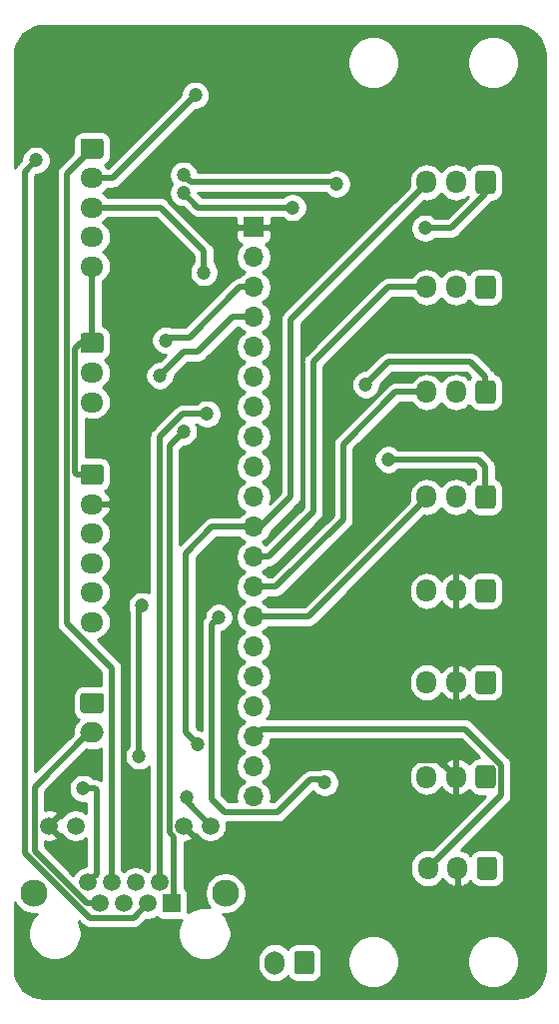
<source format=gbr>
G04 #@! TF.GenerationSoftware,KiCad,Pcbnew,5.1.6-c6e7f7d~86~ubuntu18.04.1*
G04 #@! TF.CreationDate,2020-06-04T18:49:23-07:00*
G04 #@! TF.ProjectId,odrive_aux_interface,6f647269-7665-45f6-9175-785f696e7465,rev?*
G04 #@! TF.SameCoordinates,Original*
G04 #@! TF.FileFunction,Copper,L2,Bot*
G04 #@! TF.FilePolarity,Positive*
%FSLAX46Y46*%
G04 Gerber Fmt 4.6, Leading zero omitted, Abs format (unit mm)*
G04 Created by KiCad (PCBNEW 5.1.6-c6e7f7d~86~ubuntu18.04.1) date 2020-06-04 18:49:23*
%MOMM*%
%LPD*%
G01*
G04 APERTURE LIST*
G04 #@! TA.AperFunction,ComponentPad*
%ADD10O,1.700000X2.000000*%
G04 #@! TD*
G04 #@! TA.AperFunction,ComponentPad*
%ADD11R,1.700000X1.700000*%
G04 #@! TD*
G04 #@! TA.AperFunction,ComponentPad*
%ADD12O,1.700000X1.700000*%
G04 #@! TD*
G04 #@! TA.AperFunction,ComponentPad*
%ADD13O,1.700000X1.950000*%
G04 #@! TD*
G04 #@! TA.AperFunction,ComponentPad*
%ADD14O,1.950000X1.700000*%
G04 #@! TD*
G04 #@! TA.AperFunction,ComponentPad*
%ADD15O,2.000000X1.700000*%
G04 #@! TD*
G04 #@! TA.AperFunction,ComponentPad*
%ADD16R,1.500000X1.500000*%
G04 #@! TD*
G04 #@! TA.AperFunction,ComponentPad*
%ADD17C,1.500000*%
G04 #@! TD*
G04 #@! TA.AperFunction,ComponentPad*
%ADD18C,2.300000*%
G04 #@! TD*
G04 #@! TA.AperFunction,ViaPad*
%ADD19C,1.200000*%
G04 #@! TD*
G04 #@! TA.AperFunction,Conductor*
%ADD20C,0.500000*%
G04 #@! TD*
G04 #@! TA.AperFunction,Conductor*
%ADD21C,0.254000*%
G04 #@! TD*
G04 APERTURE END LIST*
G04 #@! TA.AperFunction,ComponentPad*
G36*
G01*
X144850000Y-168250000D02*
X144850000Y-169750000D01*
G75*
G02*
X144600000Y-170000000I-250000J0D01*
G01*
X143400000Y-170000000D01*
G75*
G02*
X143150000Y-169750000I0J250000D01*
G01*
X143150000Y-168250000D01*
G75*
G02*
X143400000Y-168000000I250000J0D01*
G01*
X144600000Y-168000000D01*
G75*
G02*
X144850000Y-168250000I0J-250000D01*
G01*
G37*
G04 #@! TD.AperFunction*
D10*
X141500000Y-169000000D03*
D11*
X139700000Y-106680000D03*
D12*
X139700000Y-109220000D03*
X139700000Y-111760000D03*
X139700000Y-114300000D03*
X139700000Y-116840000D03*
X139700000Y-119380000D03*
X139700000Y-121920000D03*
X139700000Y-124460000D03*
X139700000Y-127000000D03*
X139700000Y-129540000D03*
X139700000Y-132080000D03*
X139700000Y-134620000D03*
X139700000Y-137160000D03*
X139700000Y-139700000D03*
X139700000Y-142240000D03*
X139700000Y-144780000D03*
X139700000Y-147320000D03*
X139700000Y-149860000D03*
X139700000Y-152400000D03*
X139700000Y-154940000D03*
G04 #@! TA.AperFunction,ComponentPad*
G36*
G01*
X160235000Y-102145000D02*
X160235000Y-103595000D01*
G75*
G02*
X159985000Y-103845000I-250000J0D01*
G01*
X158785000Y-103845000D01*
G75*
G02*
X158535000Y-103595000I0J250000D01*
G01*
X158535000Y-102145000D01*
G75*
G02*
X158785000Y-101895000I250000J0D01*
G01*
X159985000Y-101895000D01*
G75*
G02*
X160235000Y-102145000I0J-250000D01*
G01*
G37*
G04 #@! TD.AperFunction*
D13*
X156885000Y-102870000D03*
X154385000Y-102870000D03*
X154385000Y-111760000D03*
X156885000Y-111760000D03*
G04 #@! TA.AperFunction,ComponentPad*
G36*
G01*
X160235000Y-111035000D02*
X160235000Y-112485000D01*
G75*
G02*
X159985000Y-112735000I-250000J0D01*
G01*
X158785000Y-112735000D01*
G75*
G02*
X158535000Y-112485000I0J250000D01*
G01*
X158535000Y-111035000D01*
G75*
G02*
X158785000Y-110785000I250000J0D01*
G01*
X159985000Y-110785000D01*
G75*
G02*
X160235000Y-111035000I0J-250000D01*
G01*
G37*
G04 #@! TD.AperFunction*
G04 #@! TA.AperFunction,ComponentPad*
G36*
G01*
X160235000Y-119925000D02*
X160235000Y-121375000D01*
G75*
G02*
X159985000Y-121625000I-250000J0D01*
G01*
X158785000Y-121625000D01*
G75*
G02*
X158535000Y-121375000I0J250000D01*
G01*
X158535000Y-119925000D01*
G75*
G02*
X158785000Y-119675000I250000J0D01*
G01*
X159985000Y-119675000D01*
G75*
G02*
X160235000Y-119925000I0J-250000D01*
G01*
G37*
G04 #@! TD.AperFunction*
X156885000Y-120650000D03*
X154385000Y-120650000D03*
X154385000Y-129540000D03*
X156885000Y-129540000D03*
G04 #@! TA.AperFunction,ComponentPad*
G36*
G01*
X160235000Y-128815000D02*
X160235000Y-130265000D01*
G75*
G02*
X159985000Y-130515000I-250000J0D01*
G01*
X158785000Y-130515000D01*
G75*
G02*
X158535000Y-130265000I0J250000D01*
G01*
X158535000Y-128815000D01*
G75*
G02*
X158785000Y-128565000I250000J0D01*
G01*
X159985000Y-128565000D01*
G75*
G02*
X160235000Y-128815000I0J-250000D01*
G01*
G37*
G04 #@! TD.AperFunction*
D14*
X126000000Y-140135000D03*
X126000000Y-137635000D03*
X126000000Y-135135000D03*
X126000000Y-132635000D03*
X126000000Y-130135000D03*
G04 #@! TA.AperFunction,ComponentPad*
G36*
G01*
X125275000Y-126785000D02*
X126725000Y-126785000D01*
G75*
G02*
X126975000Y-127035000I0J-250000D01*
G01*
X126975000Y-128235000D01*
G75*
G02*
X126725000Y-128485000I-250000J0D01*
G01*
X125275000Y-128485000D01*
G75*
G02*
X125025000Y-128235000I0J250000D01*
G01*
X125025000Y-127035000D01*
G75*
G02*
X125275000Y-126785000I250000J0D01*
G01*
G37*
G04 #@! TD.AperFunction*
G04 #@! TA.AperFunction,ComponentPad*
G36*
G01*
X160235000Y-136775000D02*
X160235000Y-138225000D01*
G75*
G02*
X159985000Y-138475000I-250000J0D01*
G01*
X158785000Y-138475000D01*
G75*
G02*
X158535000Y-138225000I0J250000D01*
G01*
X158535000Y-136775000D01*
G75*
G02*
X158785000Y-136525000I250000J0D01*
G01*
X159985000Y-136525000D01*
G75*
G02*
X160235000Y-136775000I0J-250000D01*
G01*
G37*
G04 #@! TD.AperFunction*
D13*
X156885000Y-137500000D03*
X154385000Y-137500000D03*
X154385000Y-145250000D03*
X156885000Y-145250000D03*
G04 #@! TA.AperFunction,ComponentPad*
G36*
G01*
X160235000Y-144525000D02*
X160235000Y-145975000D01*
G75*
G02*
X159985000Y-146225000I-250000J0D01*
G01*
X158785000Y-146225000D01*
G75*
G02*
X158535000Y-145975000I0J250000D01*
G01*
X158535000Y-144525000D01*
G75*
G02*
X158785000Y-144275000I250000J0D01*
G01*
X159985000Y-144275000D01*
G75*
G02*
X160235000Y-144525000I0J-250000D01*
G01*
G37*
G04 #@! TD.AperFunction*
G04 #@! TA.AperFunction,ComponentPad*
G36*
G01*
X160235000Y-152525000D02*
X160235000Y-153975000D01*
G75*
G02*
X159985000Y-154225000I-250000J0D01*
G01*
X158785000Y-154225000D01*
G75*
G02*
X158535000Y-153975000I0J250000D01*
G01*
X158535000Y-152525000D01*
G75*
G02*
X158785000Y-152275000I250000J0D01*
G01*
X159985000Y-152275000D01*
G75*
G02*
X160235000Y-152525000I0J-250000D01*
G01*
G37*
G04 #@! TD.AperFunction*
X156885000Y-153250000D03*
X154385000Y-153250000D03*
G04 #@! TA.AperFunction,ComponentPad*
G36*
G01*
X160350000Y-160275000D02*
X160350000Y-161725000D01*
G75*
G02*
X160100000Y-161975000I-250000J0D01*
G01*
X158900000Y-161975000D01*
G75*
G02*
X158650000Y-161725000I0J250000D01*
G01*
X158650000Y-160275000D01*
G75*
G02*
X158900000Y-160025000I250000J0D01*
G01*
X160100000Y-160025000D01*
G75*
G02*
X160350000Y-160275000I0J-250000D01*
G01*
G37*
G04 #@! TD.AperFunction*
X157000000Y-161000000D03*
X154500000Y-161000000D03*
G04 #@! TA.AperFunction,ComponentPad*
G36*
G01*
X125250000Y-146150000D02*
X126750000Y-146150000D01*
G75*
G02*
X127000000Y-146400000I0J-250000D01*
G01*
X127000000Y-147600000D01*
G75*
G02*
X126750000Y-147850000I-250000J0D01*
G01*
X125250000Y-147850000D01*
G75*
G02*
X125000000Y-147600000I0J250000D01*
G01*
X125000000Y-146400000D01*
G75*
G02*
X125250000Y-146150000I250000J0D01*
G01*
G37*
G04 #@! TD.AperFunction*
D15*
X126000000Y-149500000D03*
D14*
X126000000Y-121500000D03*
X126000000Y-119000000D03*
G04 #@! TA.AperFunction,ComponentPad*
G36*
G01*
X125275000Y-115650000D02*
X126725000Y-115650000D01*
G75*
G02*
X126975000Y-115900000I0J-250000D01*
G01*
X126975000Y-117100000D01*
G75*
G02*
X126725000Y-117350000I-250000J0D01*
G01*
X125275000Y-117350000D01*
G75*
G02*
X125025000Y-117100000I0J250000D01*
G01*
X125025000Y-115900000D01*
G75*
G02*
X125275000Y-115650000I250000J0D01*
G01*
G37*
G04 #@! TD.AperFunction*
G04 #@! TA.AperFunction,ComponentPad*
G36*
G01*
X125275000Y-99150000D02*
X126725000Y-99150000D01*
G75*
G02*
X126975000Y-99400000I0J-250000D01*
G01*
X126975000Y-100600000D01*
G75*
G02*
X126725000Y-100850000I-250000J0D01*
G01*
X125275000Y-100850000D01*
G75*
G02*
X125025000Y-100600000I0J250000D01*
G01*
X125025000Y-99400000D01*
G75*
G02*
X125275000Y-99150000I250000J0D01*
G01*
G37*
G04 #@! TD.AperFunction*
X126000000Y-102500000D03*
X126000000Y-105000000D03*
X126000000Y-107500000D03*
X126000000Y-110000000D03*
D16*
X132750000Y-164000000D03*
D17*
X130718000Y-164000000D03*
X128686000Y-164000000D03*
X126654000Y-164000000D03*
X131734000Y-162220000D03*
X129702000Y-162220000D03*
X127670000Y-162220000D03*
X125638000Y-162220000D03*
D18*
X121060000Y-163110000D03*
X137320000Y-163110000D03*
D17*
X136050000Y-157400000D03*
X133760000Y-157400000D03*
X124620000Y-157400000D03*
X122330000Y-157400000D03*
D19*
X129250000Y-113000000D03*
X135000000Y-92500000D03*
X145250000Y-156250000D03*
X136500000Y-134750000D03*
X137750000Y-154000000D03*
X133750000Y-102250000D03*
X146750000Y-103000000D03*
X135000000Y-150500000D03*
X143000000Y-105000000D03*
X133750000Y-103750000D03*
X130250000Y-138750000D03*
X130000000Y-151500000D03*
X132250000Y-116250000D03*
X131750000Y-119250000D03*
X149225000Y-120015000D03*
X151130000Y-126365000D03*
X154250000Y-106750000D03*
X134750000Y-95500000D03*
X121250000Y-101000000D03*
X133750000Y-124000000D03*
X135500000Y-110500000D03*
X135750000Y-122500000D03*
X145750000Y-153750000D03*
X136750000Y-139750000D03*
X125250000Y-154250000D03*
X134000000Y-155000000D03*
D20*
X126000000Y-110000000D02*
X126000000Y-116500000D01*
X124574990Y-127454990D02*
X124755000Y-127635000D01*
X124755000Y-127635000D02*
X125730000Y-127635000D01*
X124574990Y-116950010D02*
X124574990Y-127454990D01*
X125025000Y-116500000D02*
X124574990Y-116950010D01*
X126000000Y-116500000D02*
X125025000Y-116500000D01*
X155459990Y-151824990D02*
X149675010Y-151824990D01*
X156885000Y-153250000D02*
X155459990Y-151824990D01*
X149675010Y-151824990D02*
X145250000Y-156250000D01*
X140335000Y-132080000D02*
X139700000Y-132080000D01*
X142875000Y-129540000D02*
X140335000Y-132080000D01*
X142875000Y-114505000D02*
X142875000Y-129540000D01*
X154385000Y-102870000D02*
X154385000Y-102995000D01*
X154385000Y-102995000D02*
X142875000Y-114505000D01*
X134349999Y-102849999D02*
X146599999Y-102849999D01*
X133750000Y-102250000D02*
X134349999Y-102849999D01*
X146599999Y-102849999D02*
X146750000Y-103000000D01*
X139700000Y-132080000D02*
X136170000Y-132080000D01*
X136170000Y-132080000D02*
X133949999Y-134300001D01*
X133949999Y-138199999D02*
X133949999Y-137830001D01*
X133949999Y-149449999D02*
X133949999Y-137449999D01*
X135000000Y-150500000D02*
X133949999Y-149449999D01*
X133949999Y-134300001D02*
X133949999Y-137449999D01*
X133949999Y-137449999D02*
X133949999Y-138199999D01*
X139700000Y-134620000D02*
X140970000Y-134620000D01*
X140970000Y-134620000D02*
X144780000Y-130810000D01*
X144780000Y-130810000D02*
X144780000Y-118110000D01*
X151130000Y-111760000D02*
X154385000Y-111760000D01*
X144780000Y-118110000D02*
X151130000Y-111760000D01*
X143000000Y-105000000D02*
X135000000Y-105000000D01*
X135000000Y-105000000D02*
X133750000Y-103750000D01*
X130000000Y-139000000D02*
X130250000Y-138750000D01*
X130000000Y-151500000D02*
X130000000Y-139000000D01*
X139700000Y-137160000D02*
X141605000Y-137160000D01*
X141605000Y-137160000D02*
X147320000Y-131445000D01*
X147320000Y-131445000D02*
X147320000Y-125095000D01*
X151765000Y-120650000D02*
X154385000Y-120650000D01*
X147320000Y-125095000D02*
X151765000Y-120650000D01*
X154385000Y-129665000D02*
X154385000Y-129540000D01*
X144350000Y-139700000D02*
X154385000Y-129665000D01*
X139700000Y-139700000D02*
X144350000Y-139700000D01*
X139700000Y-111760000D02*
X138490000Y-111760000D01*
X138490000Y-111760000D02*
X134250000Y-116000000D01*
X134250000Y-116000000D02*
X132500000Y-116000000D01*
X132500000Y-116000000D02*
X132250000Y-116250000D01*
X137950000Y-114300000D02*
X139700000Y-114300000D01*
X135000000Y-117250000D02*
X137950000Y-114300000D01*
X135000000Y-117250000D02*
X133750000Y-117250000D01*
X133750000Y-117250000D02*
X131750000Y-119250000D01*
X159385000Y-119380000D02*
X159385000Y-120650000D01*
X158115000Y-118110000D02*
X159385000Y-119380000D01*
X149225000Y-120015000D02*
X151130000Y-118110000D01*
X151130000Y-118110000D02*
X158115000Y-118110000D01*
X159385000Y-129540000D02*
X159385000Y-128465000D01*
X159385000Y-128465000D02*
X159385000Y-127000000D01*
X159385000Y-127000000D02*
X158750000Y-126365000D01*
X158750000Y-126365000D02*
X151130000Y-126365000D01*
X159385000Y-103845000D02*
X159385000Y-102870000D01*
X156480000Y-106750000D02*
X159385000Y-103845000D01*
X154250000Y-106750000D02*
X156480000Y-106750000D01*
X125605000Y-137635000D02*
X125730000Y-137635000D01*
X140359990Y-149200010D02*
X139700000Y-149860000D01*
X157649976Y-149200010D02*
X140359990Y-149200010D01*
X160685010Y-152235044D02*
X157649976Y-149200010D01*
X154500000Y-161000000D02*
X160685010Y-154814990D01*
X160685010Y-154814990D02*
X160685010Y-152235044D01*
X123874980Y-102125020D02*
X126000000Y-100000000D01*
X123874980Y-140243471D02*
X123874980Y-102125020D01*
X127670000Y-144038491D02*
X123874980Y-140243471D01*
X127670000Y-154330000D02*
X127670000Y-162220000D01*
X127670000Y-144038491D02*
X127670000Y-154330000D01*
X126000000Y-102500000D02*
X127750000Y-102500000D01*
X127750000Y-102500000D02*
X134750000Y-95500000D01*
X129517999Y-165200001D02*
X130718000Y-164000000D01*
X125803378Y-165200001D02*
X129517999Y-165200001D01*
X120299990Y-159696613D02*
X125803378Y-165200001D01*
X121250000Y-101000000D02*
X120299990Y-101950010D01*
X120299990Y-101950010D02*
X120299990Y-159696613D01*
X132934001Y-163815999D02*
X132934001Y-158350003D01*
X132750000Y-164000000D02*
X132934001Y-163815999D01*
X132934001Y-158350003D02*
X132559999Y-157976001D01*
X132559999Y-157976001D02*
X132559999Y-125190001D01*
X132559999Y-125190001D02*
X133750000Y-124000000D01*
X126000000Y-105000000D02*
X125875000Y-105000000D01*
X131804002Y-105000000D02*
X135500000Y-108695998D01*
X126000000Y-105000000D02*
X131804002Y-105000000D01*
X135500000Y-108695998D02*
X135500000Y-110500000D01*
X131734000Y-124461998D02*
X133695998Y-122500000D01*
X131734000Y-162220000D02*
X131734000Y-124461998D01*
X133695998Y-122500000D02*
X135750000Y-122500000D01*
X137240001Y-156240001D02*
X141759999Y-156240001D01*
X141759999Y-156240001D02*
X144500000Y-153500000D01*
X144500000Y-153500000D02*
X145500000Y-153500000D01*
X145500000Y-153500000D02*
X145750000Y-153750000D01*
X136150001Y-155150001D02*
X137240001Y-156240001D01*
X136150001Y-140349999D02*
X136150001Y-155150001D01*
X136750000Y-139750000D02*
X136150001Y-140349999D01*
X126387999Y-161470001D02*
X126387999Y-154387999D01*
X125638000Y-162220000D02*
X126387999Y-161470001D01*
X126250000Y-154250000D02*
X126387999Y-154387999D01*
X125250000Y-154250000D02*
X126250000Y-154250000D01*
X121129999Y-154120001D02*
X125750000Y-149500000D01*
X121129999Y-159536659D02*
X121129999Y-154120001D01*
X126654000Y-164000000D02*
X125593340Y-164000000D01*
X125593340Y-164000000D02*
X121129999Y-159536659D01*
X134000000Y-155350000D02*
X134000000Y-155000000D01*
X136050000Y-157400000D02*
X134000000Y-155350000D01*
D21*
G36*
X162403123Y-89660284D02*
G01*
X162863040Y-89799142D01*
X163287225Y-90024685D01*
X163659527Y-90328326D01*
X163965754Y-90698493D01*
X164194254Y-91121093D01*
X164336318Y-91580031D01*
X164390001Y-92090783D01*
X164390000Y-169510271D01*
X164339716Y-170023123D01*
X164200858Y-170483040D01*
X163975315Y-170907225D01*
X163671675Y-171279524D01*
X163301506Y-171585755D01*
X162878906Y-171814255D01*
X162419969Y-171956318D01*
X161909228Y-172010000D01*
X121954729Y-172010000D01*
X121441877Y-171959716D01*
X120981960Y-171820858D01*
X120557775Y-171595315D01*
X120185476Y-171291675D01*
X119879245Y-170921506D01*
X119650745Y-170498906D01*
X119508682Y-170039969D01*
X119455000Y-169529228D01*
X119455000Y-163899619D01*
X119478153Y-163955515D01*
X119673500Y-164247871D01*
X119922129Y-164496500D01*
X120214485Y-164691847D01*
X120539335Y-164826404D01*
X120884193Y-164895000D01*
X121235807Y-164895000D01*
X121302056Y-164881822D01*
X121084544Y-165099334D01*
X120837214Y-165469489D01*
X120666851Y-165880782D01*
X120580000Y-166317409D01*
X120580000Y-166762591D01*
X120666851Y-167199218D01*
X120837214Y-167610511D01*
X121084544Y-167980666D01*
X121399334Y-168295456D01*
X121769489Y-168542786D01*
X122180782Y-168713149D01*
X122617409Y-168800000D01*
X123062591Y-168800000D01*
X123499218Y-168713149D01*
X123910511Y-168542786D01*
X124280666Y-168295456D01*
X124595456Y-167980666D01*
X124842786Y-167610511D01*
X125013149Y-167199218D01*
X125100000Y-166762591D01*
X125100000Y-166317409D01*
X125013149Y-165880782D01*
X124857988Y-165506190D01*
X125146848Y-165795050D01*
X125174561Y-165828818D01*
X125208329Y-165856531D01*
X125208331Y-165856533D01*
X125279830Y-165915211D01*
X125309319Y-165939412D01*
X125463065Y-166021590D01*
X125579281Y-166056844D01*
X125629887Y-166072196D01*
X125644684Y-166073653D01*
X125759901Y-166085001D01*
X125759909Y-166085001D01*
X125803378Y-166089282D01*
X125846847Y-166085001D01*
X129474530Y-166085001D01*
X129517999Y-166089282D01*
X129561468Y-166085001D01*
X129561476Y-166085001D01*
X129691489Y-166072196D01*
X129858312Y-166021590D01*
X130012058Y-165939412D01*
X130146816Y-165828818D01*
X130174533Y-165795045D01*
X130584578Y-165385000D01*
X130854411Y-165385000D01*
X131121989Y-165331775D01*
X131374043Y-165227371D01*
X131500798Y-165142676D01*
X131548815Y-165201185D01*
X131645506Y-165280537D01*
X131755820Y-165339502D01*
X131875518Y-165375812D01*
X132000000Y-165388072D01*
X133500000Y-165388072D01*
X133598069Y-165378413D01*
X133537214Y-165469489D01*
X133366851Y-165880782D01*
X133280000Y-166317409D01*
X133280000Y-166762591D01*
X133366851Y-167199218D01*
X133537214Y-167610511D01*
X133784544Y-167980666D01*
X134099334Y-168295456D01*
X134469489Y-168542786D01*
X134880782Y-168713149D01*
X135317409Y-168800000D01*
X135762591Y-168800000D01*
X135877967Y-168777050D01*
X140015000Y-168777050D01*
X140015000Y-169222949D01*
X140036487Y-169441110D01*
X140121401Y-169721033D01*
X140259294Y-169979013D01*
X140444866Y-170205134D01*
X140670986Y-170390706D01*
X140928966Y-170528599D01*
X141208889Y-170613513D01*
X141500000Y-170642185D01*
X141791110Y-170613513D01*
X142071033Y-170528599D01*
X142329013Y-170390706D01*
X142555134Y-170205134D01*
X142607223Y-170141663D01*
X142661595Y-170243386D01*
X142772038Y-170377962D01*
X142906614Y-170488405D01*
X143060150Y-170570472D01*
X143226746Y-170621008D01*
X143400000Y-170638072D01*
X144600000Y-170638072D01*
X144773254Y-170621008D01*
X144939850Y-170570472D01*
X145093386Y-170488405D01*
X145227962Y-170377962D01*
X145338405Y-170243386D01*
X145420472Y-170089850D01*
X145471008Y-169923254D01*
X145488072Y-169750000D01*
X145488072Y-168689872D01*
X147625000Y-168689872D01*
X147625000Y-169130128D01*
X147710890Y-169561925D01*
X147879369Y-169968669D01*
X148123962Y-170334729D01*
X148435271Y-170646038D01*
X148801331Y-170890631D01*
X149208075Y-171059110D01*
X149639872Y-171145000D01*
X150080128Y-171145000D01*
X150511925Y-171059110D01*
X150918669Y-170890631D01*
X151284729Y-170646038D01*
X151596038Y-170334729D01*
X151840631Y-169968669D01*
X152009110Y-169561925D01*
X152095000Y-169130128D01*
X152095000Y-168689872D01*
X157785000Y-168689872D01*
X157785000Y-169130128D01*
X157870890Y-169561925D01*
X158039369Y-169968669D01*
X158283962Y-170334729D01*
X158595271Y-170646038D01*
X158961331Y-170890631D01*
X159368075Y-171059110D01*
X159799872Y-171145000D01*
X160240128Y-171145000D01*
X160671925Y-171059110D01*
X161078669Y-170890631D01*
X161444729Y-170646038D01*
X161756038Y-170334729D01*
X162000631Y-169968669D01*
X162169110Y-169561925D01*
X162255000Y-169130128D01*
X162255000Y-168689872D01*
X162169110Y-168258075D01*
X162000631Y-167851331D01*
X161756038Y-167485271D01*
X161444729Y-167173962D01*
X161078669Y-166929369D01*
X160671925Y-166760890D01*
X160240128Y-166675000D01*
X159799872Y-166675000D01*
X159368075Y-166760890D01*
X158961331Y-166929369D01*
X158595271Y-167173962D01*
X158283962Y-167485271D01*
X158039369Y-167851331D01*
X157870890Y-168258075D01*
X157785000Y-168689872D01*
X152095000Y-168689872D01*
X152009110Y-168258075D01*
X151840631Y-167851331D01*
X151596038Y-167485271D01*
X151284729Y-167173962D01*
X150918669Y-166929369D01*
X150511925Y-166760890D01*
X150080128Y-166675000D01*
X149639872Y-166675000D01*
X149208075Y-166760890D01*
X148801331Y-166929369D01*
X148435271Y-167173962D01*
X148123962Y-167485271D01*
X147879369Y-167851331D01*
X147710890Y-168258075D01*
X147625000Y-168689872D01*
X145488072Y-168689872D01*
X145488072Y-168250000D01*
X145471008Y-168076746D01*
X145420472Y-167910150D01*
X145338405Y-167756614D01*
X145227962Y-167622038D01*
X145093386Y-167511595D01*
X144939850Y-167429528D01*
X144773254Y-167378992D01*
X144600000Y-167361928D01*
X143400000Y-167361928D01*
X143226746Y-167378992D01*
X143060150Y-167429528D01*
X142906614Y-167511595D01*
X142772038Y-167622038D01*
X142661595Y-167756614D01*
X142607223Y-167858337D01*
X142555134Y-167794866D01*
X142329014Y-167609294D01*
X142071034Y-167471401D01*
X141791111Y-167386487D01*
X141500000Y-167357815D01*
X141208890Y-167386487D01*
X140928967Y-167471401D01*
X140670987Y-167609294D01*
X140444866Y-167794866D01*
X140259294Y-168020986D01*
X140121401Y-168278966D01*
X140036487Y-168558889D01*
X140015000Y-168777050D01*
X135877967Y-168777050D01*
X136199218Y-168713149D01*
X136610511Y-168542786D01*
X136980666Y-168295456D01*
X137295456Y-167980666D01*
X137542786Y-167610511D01*
X137713149Y-167199218D01*
X137800000Y-166762591D01*
X137800000Y-166317409D01*
X137713149Y-165880782D01*
X137542786Y-165469489D01*
X137295456Y-165099334D01*
X137077944Y-164881822D01*
X137144193Y-164895000D01*
X137495807Y-164895000D01*
X137840665Y-164826404D01*
X138165515Y-164691847D01*
X138457871Y-164496500D01*
X138706500Y-164247871D01*
X138901847Y-163955515D01*
X139036404Y-163630665D01*
X139105000Y-163285807D01*
X139105000Y-162934193D01*
X139036404Y-162589335D01*
X138901847Y-162264485D01*
X138706500Y-161972129D01*
X138457871Y-161723500D01*
X138165515Y-161528153D01*
X137840665Y-161393596D01*
X137495807Y-161325000D01*
X137144193Y-161325000D01*
X136799335Y-161393596D01*
X136474485Y-161528153D01*
X136182129Y-161723500D01*
X135933500Y-161972129D01*
X135738153Y-162264485D01*
X135603596Y-162589335D01*
X135535000Y-162934193D01*
X135535000Y-163285807D01*
X135603596Y-163630665D01*
X135738153Y-163955515D01*
X135933500Y-164247871D01*
X136016044Y-164330415D01*
X135762591Y-164280000D01*
X135317409Y-164280000D01*
X134880782Y-164366851D01*
X134469489Y-164537214D01*
X134137159Y-164759270D01*
X134138072Y-164750000D01*
X134138072Y-163250000D01*
X134125812Y-163125518D01*
X134089502Y-163005820D01*
X134030537Y-162895506D01*
X133951185Y-162798815D01*
X133854494Y-162719463D01*
X133819001Y-162700491D01*
X133819001Y-158789190D01*
X133832492Y-158789812D01*
X134102238Y-158748965D01*
X134358832Y-158656277D01*
X134471863Y-158595860D01*
X134537388Y-158356993D01*
X133760000Y-157579605D01*
X133745858Y-157593748D01*
X133566253Y-157414143D01*
X133580395Y-157400000D01*
X133566253Y-157385858D01*
X133745858Y-157206253D01*
X133760000Y-157220395D01*
X133774143Y-157206253D01*
X133953748Y-157385858D01*
X133939605Y-157400000D01*
X134716993Y-158177388D01*
X134874787Y-158134103D01*
X134974201Y-158282886D01*
X135167114Y-158475799D01*
X135393957Y-158627371D01*
X135646011Y-158731775D01*
X135913589Y-158785000D01*
X136186411Y-158785000D01*
X136453989Y-158731775D01*
X136706043Y-158627371D01*
X136932886Y-158475799D01*
X137125799Y-158282886D01*
X137277371Y-158056043D01*
X137381775Y-157803989D01*
X137435000Y-157536411D01*
X137435000Y-157263589D01*
X137407433Y-157125001D01*
X141716530Y-157125001D01*
X141759999Y-157129282D01*
X141803468Y-157125001D01*
X141803476Y-157125001D01*
X141933489Y-157112196D01*
X142100312Y-157061590D01*
X142254058Y-156979412D01*
X142388816Y-156868818D01*
X142416533Y-156835045D01*
X144760111Y-154491468D01*
X144790713Y-154537267D01*
X144962733Y-154709287D01*
X145165008Y-154844443D01*
X145389764Y-154937540D01*
X145628363Y-154985000D01*
X145871637Y-154985000D01*
X146110236Y-154937540D01*
X146334992Y-154844443D01*
X146537267Y-154709287D01*
X146709287Y-154537267D01*
X146844443Y-154334992D01*
X146937540Y-154110236D01*
X146985000Y-153871637D01*
X146985000Y-153628363D01*
X146937540Y-153389764D01*
X146844443Y-153165008D01*
X146768967Y-153052050D01*
X152900000Y-153052050D01*
X152900000Y-153447949D01*
X152921487Y-153666110D01*
X153006401Y-153946033D01*
X153144294Y-154204013D01*
X153329866Y-154430134D01*
X153555986Y-154615706D01*
X153813966Y-154753599D01*
X154093889Y-154838513D01*
X154385000Y-154867185D01*
X154676110Y-154838513D01*
X154956033Y-154753599D01*
X155214013Y-154615706D01*
X155440134Y-154430134D01*
X155625706Y-154204014D01*
X155639462Y-154178278D01*
X155795951Y-154384429D01*
X156013807Y-154577496D01*
X156265142Y-154724352D01*
X156528110Y-154816476D01*
X156758000Y-154695155D01*
X156758000Y-153377000D01*
X156738000Y-153377000D01*
X156738000Y-153123000D01*
X156758000Y-153123000D01*
X156758000Y-151804845D01*
X156528110Y-151683524D01*
X156265142Y-151775648D01*
X156013807Y-151922504D01*
X155795951Y-152115571D01*
X155639462Y-152321722D01*
X155625706Y-152295986D01*
X155440134Y-152069866D01*
X155214014Y-151884294D01*
X154956034Y-151746401D01*
X154676111Y-151661487D01*
X154385000Y-151632815D01*
X154093890Y-151661487D01*
X153813967Y-151746401D01*
X153555987Y-151884294D01*
X153329866Y-152069866D01*
X153144294Y-152295986D01*
X153006401Y-152553966D01*
X152921487Y-152833889D01*
X152900000Y-153052050D01*
X146768967Y-153052050D01*
X146709287Y-152962733D01*
X146537267Y-152790713D01*
X146334992Y-152655557D01*
X146110236Y-152562460D01*
X145871637Y-152515000D01*
X145628363Y-152515000D01*
X145389764Y-152562460D01*
X145262921Y-152615000D01*
X144543469Y-152615000D01*
X144500000Y-152610719D01*
X144456531Y-152615000D01*
X144456523Y-152615000D01*
X144326510Y-152627805D01*
X144159686Y-152678411D01*
X144005941Y-152760589D01*
X143904953Y-152843468D01*
X143904951Y-152843470D01*
X143871183Y-152871183D01*
X143843470Y-152904951D01*
X141393421Y-155355001D01*
X141131544Y-155355001D01*
X141185000Y-155086260D01*
X141185000Y-154793740D01*
X141127932Y-154506842D01*
X141015990Y-154236589D01*
X140853475Y-153993368D01*
X140646632Y-153786525D01*
X140472240Y-153670000D01*
X140646632Y-153553475D01*
X140853475Y-153346632D01*
X141015990Y-153103411D01*
X141127932Y-152833158D01*
X141185000Y-152546260D01*
X141185000Y-152253740D01*
X141127932Y-151966842D01*
X141015990Y-151696589D01*
X140853475Y-151453368D01*
X140646632Y-151246525D01*
X140472240Y-151130000D01*
X140646632Y-151013475D01*
X140853475Y-150806632D01*
X141015990Y-150563411D01*
X141127932Y-150293158D01*
X141169336Y-150085010D01*
X157283398Y-150085010D01*
X158835315Y-151636928D01*
X158785000Y-151636928D01*
X158611746Y-151653992D01*
X158445150Y-151704528D01*
X158291614Y-151786595D01*
X158157038Y-151897038D01*
X158046595Y-152031614D01*
X157990286Y-152136961D01*
X157974049Y-152115571D01*
X157756193Y-151922504D01*
X157504858Y-151775648D01*
X157241890Y-151683524D01*
X157012000Y-151804845D01*
X157012000Y-153123000D01*
X157032000Y-153123000D01*
X157032000Y-153377000D01*
X157012000Y-153377000D01*
X157012000Y-154695155D01*
X157241890Y-154816476D01*
X157504858Y-154724352D01*
X157756193Y-154577496D01*
X157974049Y-154384429D01*
X157990286Y-154363039D01*
X158046595Y-154468386D01*
X158157038Y-154602962D01*
X158291614Y-154713405D01*
X158445150Y-154795472D01*
X158611746Y-154846008D01*
X158785000Y-154863072D01*
X159385349Y-154863072D01*
X154826270Y-159422152D01*
X154791111Y-159411487D01*
X154500000Y-159382815D01*
X154208890Y-159411487D01*
X153928967Y-159496401D01*
X153670987Y-159634294D01*
X153444866Y-159819866D01*
X153259294Y-160045986D01*
X153121401Y-160303966D01*
X153036487Y-160583889D01*
X153015000Y-160802050D01*
X153015000Y-161197949D01*
X153036487Y-161416110D01*
X153121401Y-161696033D01*
X153259294Y-161954013D01*
X153444866Y-162180134D01*
X153670986Y-162365706D01*
X153928966Y-162503599D01*
X154208889Y-162588513D01*
X154500000Y-162617185D01*
X154791110Y-162588513D01*
X155071033Y-162503599D01*
X155329013Y-162365706D01*
X155555134Y-162180134D01*
X155740706Y-161954014D01*
X155754462Y-161928278D01*
X155910951Y-162134429D01*
X156128807Y-162327496D01*
X156380142Y-162474352D01*
X156643110Y-162566476D01*
X156873000Y-162445155D01*
X156873000Y-161127000D01*
X156853000Y-161127000D01*
X156853000Y-160873000D01*
X156873000Y-160873000D01*
X156873000Y-160853000D01*
X157127000Y-160853000D01*
X157127000Y-160873000D01*
X157147000Y-160873000D01*
X157147000Y-161127000D01*
X157127000Y-161127000D01*
X157127000Y-162445155D01*
X157356890Y-162566476D01*
X157619858Y-162474352D01*
X157871193Y-162327496D01*
X158089049Y-162134429D01*
X158105286Y-162113039D01*
X158161595Y-162218386D01*
X158272038Y-162352962D01*
X158406614Y-162463405D01*
X158560150Y-162545472D01*
X158726746Y-162596008D01*
X158900000Y-162613072D01*
X160100000Y-162613072D01*
X160273254Y-162596008D01*
X160439850Y-162545472D01*
X160593386Y-162463405D01*
X160727962Y-162352962D01*
X160838405Y-162218386D01*
X160920472Y-162064850D01*
X160971008Y-161898254D01*
X160988072Y-161725000D01*
X160988072Y-160275000D01*
X160971008Y-160101746D01*
X160920472Y-159935150D01*
X160838405Y-159781614D01*
X160727962Y-159647038D01*
X160593386Y-159536595D01*
X160439850Y-159454528D01*
X160273254Y-159403992D01*
X160100000Y-159386928D01*
X158900000Y-159386928D01*
X158726746Y-159403992D01*
X158560150Y-159454528D01*
X158406614Y-159536595D01*
X158272038Y-159647038D01*
X158161595Y-159781614D01*
X158105286Y-159886961D01*
X158089049Y-159865571D01*
X157871193Y-159672504D01*
X157619858Y-159525648D01*
X157356890Y-159433524D01*
X157274657Y-159476921D01*
X161280061Y-155471518D01*
X161313827Y-155443807D01*
X161424421Y-155309049D01*
X161506599Y-155155303D01*
X161557205Y-154988480D01*
X161570010Y-154858467D01*
X161570010Y-154858457D01*
X161574291Y-154814991D01*
X161570010Y-154771524D01*
X161570010Y-152278509D01*
X161574291Y-152235043D01*
X161570010Y-152191577D01*
X161570010Y-152191567D01*
X161557205Y-152061554D01*
X161506599Y-151894731D01*
X161424421Y-151740985D01*
X161387986Y-151696589D01*
X161341542Y-151639997D01*
X161341540Y-151639995D01*
X161313827Y-151606227D01*
X161280059Y-151578514D01*
X158306510Y-148604966D01*
X158278793Y-148571193D01*
X158144035Y-148460599D01*
X157990289Y-148378421D01*
X157823466Y-148327815D01*
X157693453Y-148315010D01*
X157693445Y-148315010D01*
X157649976Y-148310729D01*
X157606507Y-148315010D01*
X140805097Y-148315010D01*
X140853475Y-148266632D01*
X141015990Y-148023411D01*
X141127932Y-147753158D01*
X141185000Y-147466260D01*
X141185000Y-147173740D01*
X141127932Y-146886842D01*
X141015990Y-146616589D01*
X140853475Y-146373368D01*
X140646632Y-146166525D01*
X140472240Y-146050000D01*
X140646632Y-145933475D01*
X140853475Y-145726632D01*
X141015990Y-145483411D01*
X141127932Y-145213158D01*
X141159978Y-145052050D01*
X152900000Y-145052050D01*
X152900000Y-145447949D01*
X152921487Y-145666110D01*
X153006401Y-145946033D01*
X153144294Y-146204013D01*
X153329866Y-146430134D01*
X153555986Y-146615706D01*
X153813966Y-146753599D01*
X154093889Y-146838513D01*
X154385000Y-146867185D01*
X154676110Y-146838513D01*
X154956033Y-146753599D01*
X155214013Y-146615706D01*
X155440134Y-146430134D01*
X155625706Y-146204014D01*
X155639462Y-146178278D01*
X155795951Y-146384429D01*
X156013807Y-146577496D01*
X156265142Y-146724352D01*
X156528110Y-146816476D01*
X156758000Y-146695155D01*
X156758000Y-145377000D01*
X156738000Y-145377000D01*
X156738000Y-145123000D01*
X156758000Y-145123000D01*
X156758000Y-143804845D01*
X157012000Y-143804845D01*
X157012000Y-145123000D01*
X157032000Y-145123000D01*
X157032000Y-145377000D01*
X157012000Y-145377000D01*
X157012000Y-146695155D01*
X157241890Y-146816476D01*
X157504858Y-146724352D01*
X157756193Y-146577496D01*
X157974049Y-146384429D01*
X157990286Y-146363039D01*
X158046595Y-146468386D01*
X158157038Y-146602962D01*
X158291614Y-146713405D01*
X158445150Y-146795472D01*
X158611746Y-146846008D01*
X158785000Y-146863072D01*
X159985000Y-146863072D01*
X160158254Y-146846008D01*
X160324850Y-146795472D01*
X160478386Y-146713405D01*
X160612962Y-146602962D01*
X160723405Y-146468386D01*
X160805472Y-146314850D01*
X160856008Y-146148254D01*
X160873072Y-145975000D01*
X160873072Y-144525000D01*
X160856008Y-144351746D01*
X160805472Y-144185150D01*
X160723405Y-144031614D01*
X160612962Y-143897038D01*
X160478386Y-143786595D01*
X160324850Y-143704528D01*
X160158254Y-143653992D01*
X159985000Y-143636928D01*
X158785000Y-143636928D01*
X158611746Y-143653992D01*
X158445150Y-143704528D01*
X158291614Y-143786595D01*
X158157038Y-143897038D01*
X158046595Y-144031614D01*
X157990286Y-144136961D01*
X157974049Y-144115571D01*
X157756193Y-143922504D01*
X157504858Y-143775648D01*
X157241890Y-143683524D01*
X157012000Y-143804845D01*
X156758000Y-143804845D01*
X156528110Y-143683524D01*
X156265142Y-143775648D01*
X156013807Y-143922504D01*
X155795951Y-144115571D01*
X155639462Y-144321722D01*
X155625706Y-144295986D01*
X155440134Y-144069866D01*
X155214014Y-143884294D01*
X154956034Y-143746401D01*
X154676111Y-143661487D01*
X154385000Y-143632815D01*
X154093890Y-143661487D01*
X153813967Y-143746401D01*
X153555987Y-143884294D01*
X153329866Y-144069866D01*
X153144294Y-144295986D01*
X153006401Y-144553966D01*
X152921487Y-144833889D01*
X152900000Y-145052050D01*
X141159978Y-145052050D01*
X141185000Y-144926260D01*
X141185000Y-144633740D01*
X141127932Y-144346842D01*
X141015990Y-144076589D01*
X140853475Y-143833368D01*
X140646632Y-143626525D01*
X140472240Y-143510000D01*
X140646632Y-143393475D01*
X140853475Y-143186632D01*
X141015990Y-142943411D01*
X141127932Y-142673158D01*
X141185000Y-142386260D01*
X141185000Y-142093740D01*
X141127932Y-141806842D01*
X141015990Y-141536589D01*
X140853475Y-141293368D01*
X140646632Y-141086525D01*
X140472240Y-140970000D01*
X140646632Y-140853475D01*
X140853475Y-140646632D01*
X140894656Y-140585000D01*
X144306531Y-140585000D01*
X144350000Y-140589281D01*
X144393469Y-140585000D01*
X144393477Y-140585000D01*
X144523490Y-140572195D01*
X144690313Y-140521589D01*
X144844059Y-140439411D01*
X144978817Y-140328817D01*
X145006534Y-140295044D01*
X147999528Y-137302050D01*
X152900000Y-137302050D01*
X152900000Y-137697949D01*
X152921487Y-137916110D01*
X153006401Y-138196033D01*
X153144294Y-138454013D01*
X153329866Y-138680134D01*
X153555986Y-138865706D01*
X153813966Y-139003599D01*
X154093889Y-139088513D01*
X154385000Y-139117185D01*
X154676110Y-139088513D01*
X154956033Y-139003599D01*
X155214013Y-138865706D01*
X155440134Y-138680134D01*
X155625706Y-138454014D01*
X155639462Y-138428278D01*
X155795951Y-138634429D01*
X156013807Y-138827496D01*
X156265142Y-138974352D01*
X156528110Y-139066476D01*
X156758000Y-138945155D01*
X156758000Y-137627000D01*
X156738000Y-137627000D01*
X156738000Y-137373000D01*
X156758000Y-137373000D01*
X156758000Y-136054845D01*
X157012000Y-136054845D01*
X157012000Y-137373000D01*
X157032000Y-137373000D01*
X157032000Y-137627000D01*
X157012000Y-137627000D01*
X157012000Y-138945155D01*
X157241890Y-139066476D01*
X157504858Y-138974352D01*
X157756193Y-138827496D01*
X157974049Y-138634429D01*
X157990286Y-138613039D01*
X158046595Y-138718386D01*
X158157038Y-138852962D01*
X158291614Y-138963405D01*
X158445150Y-139045472D01*
X158611746Y-139096008D01*
X158785000Y-139113072D01*
X159985000Y-139113072D01*
X160158254Y-139096008D01*
X160324850Y-139045472D01*
X160478386Y-138963405D01*
X160612962Y-138852962D01*
X160723405Y-138718386D01*
X160805472Y-138564850D01*
X160856008Y-138398254D01*
X160873072Y-138225000D01*
X160873072Y-136775000D01*
X160856008Y-136601746D01*
X160805472Y-136435150D01*
X160723405Y-136281614D01*
X160612962Y-136147038D01*
X160478386Y-136036595D01*
X160324850Y-135954528D01*
X160158254Y-135903992D01*
X159985000Y-135886928D01*
X158785000Y-135886928D01*
X158611746Y-135903992D01*
X158445150Y-135954528D01*
X158291614Y-136036595D01*
X158157038Y-136147038D01*
X158046595Y-136281614D01*
X157990286Y-136386961D01*
X157974049Y-136365571D01*
X157756193Y-136172504D01*
X157504858Y-136025648D01*
X157241890Y-135933524D01*
X157012000Y-136054845D01*
X156758000Y-136054845D01*
X156528110Y-135933524D01*
X156265142Y-136025648D01*
X156013807Y-136172504D01*
X155795951Y-136365571D01*
X155639462Y-136571722D01*
X155625706Y-136545986D01*
X155440134Y-136319866D01*
X155214014Y-136134294D01*
X154956034Y-135996401D01*
X154676111Y-135911487D01*
X154385000Y-135882815D01*
X154093890Y-135911487D01*
X153813967Y-135996401D01*
X153555987Y-136134294D01*
X153329866Y-136319866D01*
X153144294Y-136545986D01*
X153006401Y-136803966D01*
X152921487Y-137083889D01*
X152900000Y-137302050D01*
X147999528Y-137302050D01*
X154165967Y-131135612D01*
X154385000Y-131157185D01*
X154676110Y-131128513D01*
X154956033Y-131043599D01*
X155214013Y-130905706D01*
X155440134Y-130720134D01*
X155625706Y-130494014D01*
X155635000Y-130476626D01*
X155644294Y-130494013D01*
X155829866Y-130720134D01*
X156055986Y-130905706D01*
X156313966Y-131043599D01*
X156593889Y-131128513D01*
X156885000Y-131157185D01*
X157176110Y-131128513D01*
X157456033Y-131043599D01*
X157714013Y-130905706D01*
X157940134Y-130720134D01*
X157992223Y-130656663D01*
X158046595Y-130758386D01*
X158157038Y-130892962D01*
X158291614Y-131003405D01*
X158445150Y-131085472D01*
X158611746Y-131136008D01*
X158785000Y-131153072D01*
X159985000Y-131153072D01*
X160158254Y-131136008D01*
X160324850Y-131085472D01*
X160478386Y-131003405D01*
X160612962Y-130892962D01*
X160723405Y-130758386D01*
X160805472Y-130604850D01*
X160856008Y-130438254D01*
X160873072Y-130265000D01*
X160873072Y-128815000D01*
X160856008Y-128641746D01*
X160805472Y-128475150D01*
X160723405Y-128321614D01*
X160612962Y-128187038D01*
X160478386Y-128076595D01*
X160324850Y-127994528D01*
X160270000Y-127977890D01*
X160270000Y-127043469D01*
X160274281Y-127000000D01*
X160270000Y-126956531D01*
X160270000Y-126956523D01*
X160257195Y-126826510D01*
X160233986Y-126750000D01*
X160206589Y-126659686D01*
X160124411Y-126505941D01*
X160041532Y-126404953D01*
X160041530Y-126404951D01*
X160013817Y-126371183D01*
X159980049Y-126343470D01*
X159406534Y-125769956D01*
X159378817Y-125736183D01*
X159244059Y-125625589D01*
X159090313Y-125543411D01*
X158923490Y-125492805D01*
X158793477Y-125480000D01*
X158793469Y-125480000D01*
X158750000Y-125475719D01*
X158706531Y-125480000D01*
X151991554Y-125480000D01*
X151917267Y-125405713D01*
X151714992Y-125270557D01*
X151490236Y-125177460D01*
X151251637Y-125130000D01*
X151008363Y-125130000D01*
X150769764Y-125177460D01*
X150545008Y-125270557D01*
X150342733Y-125405713D01*
X150170713Y-125577733D01*
X150035557Y-125780008D01*
X149942460Y-126004764D01*
X149895000Y-126243363D01*
X149895000Y-126486637D01*
X149942460Y-126725236D01*
X150035557Y-126949992D01*
X150170713Y-127152267D01*
X150342733Y-127324287D01*
X150545008Y-127459443D01*
X150769764Y-127552540D01*
X151008363Y-127600000D01*
X151251637Y-127600000D01*
X151490236Y-127552540D01*
X151714992Y-127459443D01*
X151917267Y-127324287D01*
X151991554Y-127250000D01*
X158383422Y-127250000D01*
X158500001Y-127366579D01*
X158500000Y-127977889D01*
X158445150Y-127994528D01*
X158291614Y-128076595D01*
X158157038Y-128187038D01*
X158046595Y-128321614D01*
X157992223Y-128423337D01*
X157940134Y-128359866D01*
X157714014Y-128174294D01*
X157456034Y-128036401D01*
X157176111Y-127951487D01*
X156885000Y-127922815D01*
X156593890Y-127951487D01*
X156313967Y-128036401D01*
X156055987Y-128174294D01*
X155829866Y-128359866D01*
X155644294Y-128585986D01*
X155635000Y-128603374D01*
X155625706Y-128585986D01*
X155440134Y-128359866D01*
X155214014Y-128174294D01*
X154956034Y-128036401D01*
X154676111Y-127951487D01*
X154385000Y-127922815D01*
X154093890Y-127951487D01*
X153813967Y-128036401D01*
X153555987Y-128174294D01*
X153329866Y-128359866D01*
X153144294Y-128585986D01*
X153006401Y-128843966D01*
X152921487Y-129123889D01*
X152900000Y-129342050D01*
X152900000Y-129737949D01*
X152914388Y-129884033D01*
X143983422Y-138815000D01*
X140894656Y-138815000D01*
X140853475Y-138753368D01*
X140646632Y-138546525D01*
X140472240Y-138430000D01*
X140646632Y-138313475D01*
X140853475Y-138106632D01*
X140894656Y-138045000D01*
X141561531Y-138045000D01*
X141605000Y-138049281D01*
X141648469Y-138045000D01*
X141648477Y-138045000D01*
X141778490Y-138032195D01*
X141945313Y-137981589D01*
X142099059Y-137899411D01*
X142233817Y-137788817D01*
X142261534Y-137755044D01*
X147915051Y-132101528D01*
X147948817Y-132073817D01*
X148059411Y-131939059D01*
X148076809Y-131906510D01*
X148141589Y-131785314D01*
X148192195Y-131618490D01*
X148195999Y-131579866D01*
X148205000Y-131488477D01*
X148205000Y-131488469D01*
X148209281Y-131445000D01*
X148205000Y-131401531D01*
X148205000Y-125461578D01*
X152131579Y-121535000D01*
X153107406Y-121535000D01*
X153144294Y-121604013D01*
X153329866Y-121830134D01*
X153555986Y-122015706D01*
X153813966Y-122153599D01*
X154093889Y-122238513D01*
X154385000Y-122267185D01*
X154676110Y-122238513D01*
X154956033Y-122153599D01*
X155214013Y-122015706D01*
X155440134Y-121830134D01*
X155625706Y-121604014D01*
X155635000Y-121586626D01*
X155644294Y-121604013D01*
X155829866Y-121830134D01*
X156055986Y-122015706D01*
X156313966Y-122153599D01*
X156593889Y-122238513D01*
X156885000Y-122267185D01*
X157176110Y-122238513D01*
X157456033Y-122153599D01*
X157714013Y-122015706D01*
X157940134Y-121830134D01*
X157992223Y-121766663D01*
X158046595Y-121868386D01*
X158157038Y-122002962D01*
X158291614Y-122113405D01*
X158445150Y-122195472D01*
X158611746Y-122246008D01*
X158785000Y-122263072D01*
X159985000Y-122263072D01*
X160158254Y-122246008D01*
X160324850Y-122195472D01*
X160478386Y-122113405D01*
X160612962Y-122002962D01*
X160723405Y-121868386D01*
X160805472Y-121714850D01*
X160856008Y-121548254D01*
X160873072Y-121375000D01*
X160873072Y-119925000D01*
X160856008Y-119751746D01*
X160805472Y-119585150D01*
X160723405Y-119431614D01*
X160612962Y-119297038D01*
X160478386Y-119186595D01*
X160324850Y-119104528D01*
X160216267Y-119071590D01*
X160206589Y-119039687D01*
X160124411Y-118885941D01*
X160094431Y-118849410D01*
X160041532Y-118784953D01*
X160041530Y-118784951D01*
X160013817Y-118751183D01*
X159980050Y-118723471D01*
X158771532Y-117514954D01*
X158743817Y-117481183D01*
X158609059Y-117370589D01*
X158455313Y-117288411D01*
X158288490Y-117237805D01*
X158158477Y-117225000D01*
X158158469Y-117225000D01*
X158115000Y-117220719D01*
X158071531Y-117225000D01*
X151173469Y-117225000D01*
X151130000Y-117220719D01*
X151086531Y-117225000D01*
X151086523Y-117225000D01*
X150956510Y-117237805D01*
X150789687Y-117288411D01*
X150635941Y-117370589D01*
X150534953Y-117453468D01*
X150534951Y-117453470D01*
X150501183Y-117481183D01*
X150473470Y-117514951D01*
X149208422Y-118780000D01*
X149103363Y-118780000D01*
X148864764Y-118827460D01*
X148640008Y-118920557D01*
X148437733Y-119055713D01*
X148265713Y-119227733D01*
X148130557Y-119430008D01*
X148037460Y-119654764D01*
X147990000Y-119893363D01*
X147990000Y-120136637D01*
X148037460Y-120375236D01*
X148130557Y-120599992D01*
X148265713Y-120802267D01*
X148437733Y-120974287D01*
X148640008Y-121109443D01*
X148864764Y-121202540D01*
X149103363Y-121250000D01*
X149346637Y-121250000D01*
X149585236Y-121202540D01*
X149809992Y-121109443D01*
X150012267Y-120974287D01*
X150184287Y-120802267D01*
X150319443Y-120599992D01*
X150412540Y-120375236D01*
X150460000Y-120136637D01*
X150460000Y-120031578D01*
X151496579Y-118995000D01*
X157748422Y-118995000D01*
X158108997Y-119355576D01*
X158046595Y-119431614D01*
X157992223Y-119533337D01*
X157940134Y-119469866D01*
X157714014Y-119284294D01*
X157456034Y-119146401D01*
X157176111Y-119061487D01*
X156885000Y-119032815D01*
X156593890Y-119061487D01*
X156313967Y-119146401D01*
X156055987Y-119284294D01*
X155829866Y-119469866D01*
X155644294Y-119695986D01*
X155635000Y-119713374D01*
X155625706Y-119695986D01*
X155440134Y-119469866D01*
X155214014Y-119284294D01*
X154956034Y-119146401D01*
X154676111Y-119061487D01*
X154385000Y-119032815D01*
X154093890Y-119061487D01*
X153813967Y-119146401D01*
X153555987Y-119284294D01*
X153329866Y-119469866D01*
X153144294Y-119695986D01*
X153107405Y-119765000D01*
X151808465Y-119765000D01*
X151764999Y-119760719D01*
X151721533Y-119765000D01*
X151721523Y-119765000D01*
X151591510Y-119777805D01*
X151424687Y-119828411D01*
X151270941Y-119910589D01*
X151270939Y-119910590D01*
X151270940Y-119910590D01*
X151169953Y-119993468D01*
X151169951Y-119993470D01*
X151136183Y-120021183D01*
X151108470Y-120054951D01*
X146724951Y-124438470D01*
X146691184Y-124466183D01*
X146663471Y-124499951D01*
X146663468Y-124499954D01*
X146580590Y-124600941D01*
X146498412Y-124754687D01*
X146447805Y-124921510D01*
X146430719Y-125095000D01*
X146435001Y-125138479D01*
X146435000Y-131078421D01*
X141238422Y-136275000D01*
X140894656Y-136275000D01*
X140853475Y-136213368D01*
X140646632Y-136006525D01*
X140472240Y-135890000D01*
X140646632Y-135773475D01*
X140853475Y-135566632D01*
X140894656Y-135505000D01*
X140926531Y-135505000D01*
X140970000Y-135509281D01*
X141013469Y-135505000D01*
X141013477Y-135505000D01*
X141143490Y-135492195D01*
X141310313Y-135441589D01*
X141464059Y-135359411D01*
X141598817Y-135248817D01*
X141626534Y-135215044D01*
X145375050Y-131466529D01*
X145408817Y-131438817D01*
X145445357Y-131394294D01*
X145519411Y-131304059D01*
X145601589Y-131150314D01*
X145652195Y-130983490D01*
X145657805Y-130926525D01*
X145665000Y-130853477D01*
X145665000Y-130853469D01*
X145669281Y-130810000D01*
X145665000Y-130766531D01*
X145665000Y-118476578D01*
X151496579Y-112645000D01*
X153107406Y-112645000D01*
X153144294Y-112714013D01*
X153329866Y-112940134D01*
X153555986Y-113125706D01*
X153813966Y-113263599D01*
X154093889Y-113348513D01*
X154385000Y-113377185D01*
X154676110Y-113348513D01*
X154956033Y-113263599D01*
X155214013Y-113125706D01*
X155440134Y-112940134D01*
X155625706Y-112714014D01*
X155635000Y-112696626D01*
X155644294Y-112714013D01*
X155829866Y-112940134D01*
X156055986Y-113125706D01*
X156313966Y-113263599D01*
X156593889Y-113348513D01*
X156885000Y-113377185D01*
X157176110Y-113348513D01*
X157456033Y-113263599D01*
X157714013Y-113125706D01*
X157940134Y-112940134D01*
X157992223Y-112876663D01*
X158046595Y-112978386D01*
X158157038Y-113112962D01*
X158291614Y-113223405D01*
X158445150Y-113305472D01*
X158611746Y-113356008D01*
X158785000Y-113373072D01*
X159985000Y-113373072D01*
X160158254Y-113356008D01*
X160324850Y-113305472D01*
X160478386Y-113223405D01*
X160612962Y-113112962D01*
X160723405Y-112978386D01*
X160805472Y-112824850D01*
X160856008Y-112658254D01*
X160873072Y-112485000D01*
X160873072Y-111035000D01*
X160856008Y-110861746D01*
X160805472Y-110695150D01*
X160723405Y-110541614D01*
X160612962Y-110407038D01*
X160478386Y-110296595D01*
X160324850Y-110214528D01*
X160158254Y-110163992D01*
X159985000Y-110146928D01*
X158785000Y-110146928D01*
X158611746Y-110163992D01*
X158445150Y-110214528D01*
X158291614Y-110296595D01*
X158157038Y-110407038D01*
X158046595Y-110541614D01*
X157992223Y-110643337D01*
X157940134Y-110579866D01*
X157714014Y-110394294D01*
X157456034Y-110256401D01*
X157176111Y-110171487D01*
X156885000Y-110142815D01*
X156593890Y-110171487D01*
X156313967Y-110256401D01*
X156055987Y-110394294D01*
X155829866Y-110579866D01*
X155644294Y-110805986D01*
X155635000Y-110823374D01*
X155625706Y-110805986D01*
X155440134Y-110579866D01*
X155214014Y-110394294D01*
X154956034Y-110256401D01*
X154676111Y-110171487D01*
X154385000Y-110142815D01*
X154093890Y-110171487D01*
X153813967Y-110256401D01*
X153555987Y-110394294D01*
X153329866Y-110579866D01*
X153144294Y-110805986D01*
X153107405Y-110875000D01*
X151173465Y-110875000D01*
X151129999Y-110870719D01*
X151086533Y-110875000D01*
X151086523Y-110875000D01*
X150956510Y-110887805D01*
X150789687Y-110938411D01*
X150635941Y-111020589D01*
X150635939Y-111020590D01*
X150635940Y-111020590D01*
X150534953Y-111103468D01*
X150534951Y-111103470D01*
X150501183Y-111131183D01*
X150473470Y-111164951D01*
X144184952Y-117453470D01*
X144151184Y-117481183D01*
X144123471Y-117514951D01*
X144123468Y-117514954D01*
X144040590Y-117615941D01*
X143958412Y-117769687D01*
X143907805Y-117936510D01*
X143890719Y-118110000D01*
X143895001Y-118153479D01*
X143895000Y-130443421D01*
X140759264Y-133579157D01*
X140646632Y-133466525D01*
X140472240Y-133350000D01*
X140646632Y-133233475D01*
X140853475Y-133026632D01*
X141015990Y-132783411D01*
X141109909Y-132556669D01*
X143470049Y-130196530D01*
X143503817Y-130168817D01*
X143614411Y-130034059D01*
X143696589Y-129880313D01*
X143747195Y-129713490D01*
X143760000Y-129583477D01*
X143760000Y-129583467D01*
X143764281Y-129540001D01*
X143760000Y-129496535D01*
X143760000Y-114871578D01*
X154165967Y-104465612D01*
X154385000Y-104487185D01*
X154676110Y-104458513D01*
X154956033Y-104373599D01*
X155214013Y-104235706D01*
X155440134Y-104050134D01*
X155625706Y-103824014D01*
X155635000Y-103806626D01*
X155644294Y-103824013D01*
X155829866Y-104050134D01*
X156055986Y-104235706D01*
X156313966Y-104373599D01*
X156593889Y-104458513D01*
X156885000Y-104487185D01*
X157176110Y-104458513D01*
X157456033Y-104373599D01*
X157714013Y-104235706D01*
X157874071Y-104104350D01*
X156113422Y-105865000D01*
X155111554Y-105865000D01*
X155037267Y-105790713D01*
X154834992Y-105655557D01*
X154610236Y-105562460D01*
X154371637Y-105515000D01*
X154128363Y-105515000D01*
X153889764Y-105562460D01*
X153665008Y-105655557D01*
X153462733Y-105790713D01*
X153290713Y-105962733D01*
X153155557Y-106165008D01*
X153062460Y-106389764D01*
X153015000Y-106628363D01*
X153015000Y-106871637D01*
X153062460Y-107110236D01*
X153155557Y-107334992D01*
X153290713Y-107537267D01*
X153462733Y-107709287D01*
X153665008Y-107844443D01*
X153889764Y-107937540D01*
X154128363Y-107985000D01*
X154371637Y-107985000D01*
X154610236Y-107937540D01*
X154834992Y-107844443D01*
X155037267Y-107709287D01*
X155111554Y-107635000D01*
X156436531Y-107635000D01*
X156480000Y-107639281D01*
X156523469Y-107635000D01*
X156523477Y-107635000D01*
X156653490Y-107622195D01*
X156820313Y-107571589D01*
X156974059Y-107489411D01*
X157108817Y-107378817D01*
X157136534Y-107345044D01*
X159980050Y-104501529D01*
X160004932Y-104481109D01*
X160158254Y-104466008D01*
X160324850Y-104415472D01*
X160478386Y-104333405D01*
X160612962Y-104222962D01*
X160723405Y-104088386D01*
X160805472Y-103934850D01*
X160856008Y-103768254D01*
X160873072Y-103595000D01*
X160873072Y-102145000D01*
X160856008Y-101971746D01*
X160805472Y-101805150D01*
X160723405Y-101651614D01*
X160612962Y-101517038D01*
X160478386Y-101406595D01*
X160324850Y-101324528D01*
X160158254Y-101273992D01*
X159985000Y-101256928D01*
X158785000Y-101256928D01*
X158611746Y-101273992D01*
X158445150Y-101324528D01*
X158291614Y-101406595D01*
X158157038Y-101517038D01*
X158046595Y-101651614D01*
X157992223Y-101753337D01*
X157940134Y-101689866D01*
X157714014Y-101504294D01*
X157456034Y-101366401D01*
X157176111Y-101281487D01*
X156885000Y-101252815D01*
X156593890Y-101281487D01*
X156313967Y-101366401D01*
X156055987Y-101504294D01*
X155829866Y-101689866D01*
X155644294Y-101915986D01*
X155635000Y-101933374D01*
X155625706Y-101915986D01*
X155440134Y-101689866D01*
X155214014Y-101504294D01*
X154956034Y-101366401D01*
X154676111Y-101281487D01*
X154385000Y-101252815D01*
X154093890Y-101281487D01*
X153813967Y-101366401D01*
X153555987Y-101504294D01*
X153329866Y-101689866D01*
X153144294Y-101915986D01*
X153006401Y-102173966D01*
X152921487Y-102453889D01*
X152900000Y-102672050D01*
X152900000Y-103067949D01*
X152914388Y-103214033D01*
X142279956Y-113848466D01*
X142246183Y-113876183D01*
X142135589Y-114010942D01*
X142053411Y-114164688D01*
X142018157Y-114280904D01*
X142012364Y-114300001D01*
X142002805Y-114331511D01*
X141990000Y-114461524D01*
X141990000Y-114461531D01*
X141985719Y-114505000D01*
X141990000Y-114548469D01*
X141990001Y-129173420D01*
X141083857Y-130079564D01*
X141127932Y-129973158D01*
X141185000Y-129686260D01*
X141185000Y-129393740D01*
X141127932Y-129106842D01*
X141015990Y-128836589D01*
X140853475Y-128593368D01*
X140646632Y-128386525D01*
X140472240Y-128270000D01*
X140646632Y-128153475D01*
X140853475Y-127946632D01*
X141015990Y-127703411D01*
X141127932Y-127433158D01*
X141185000Y-127146260D01*
X141185000Y-126853740D01*
X141127932Y-126566842D01*
X141015990Y-126296589D01*
X140853475Y-126053368D01*
X140646632Y-125846525D01*
X140472240Y-125730000D01*
X140646632Y-125613475D01*
X140853475Y-125406632D01*
X141015990Y-125163411D01*
X141127932Y-124893158D01*
X141185000Y-124606260D01*
X141185000Y-124313740D01*
X141127932Y-124026842D01*
X141015990Y-123756589D01*
X140853475Y-123513368D01*
X140646632Y-123306525D01*
X140472240Y-123190000D01*
X140646632Y-123073475D01*
X140853475Y-122866632D01*
X141015990Y-122623411D01*
X141127932Y-122353158D01*
X141185000Y-122066260D01*
X141185000Y-121773740D01*
X141127932Y-121486842D01*
X141015990Y-121216589D01*
X140853475Y-120973368D01*
X140646632Y-120766525D01*
X140472240Y-120650000D01*
X140646632Y-120533475D01*
X140853475Y-120326632D01*
X141015990Y-120083411D01*
X141127932Y-119813158D01*
X141185000Y-119526260D01*
X141185000Y-119233740D01*
X141127932Y-118946842D01*
X141015990Y-118676589D01*
X140853475Y-118433368D01*
X140646632Y-118226525D01*
X140472240Y-118110000D01*
X140646632Y-117993475D01*
X140853475Y-117786632D01*
X141015990Y-117543411D01*
X141127932Y-117273158D01*
X141185000Y-116986260D01*
X141185000Y-116693740D01*
X141127932Y-116406842D01*
X141015990Y-116136589D01*
X140853475Y-115893368D01*
X140646632Y-115686525D01*
X140472240Y-115570000D01*
X140646632Y-115453475D01*
X140853475Y-115246632D01*
X141015990Y-115003411D01*
X141127932Y-114733158D01*
X141185000Y-114446260D01*
X141185000Y-114153740D01*
X141127932Y-113866842D01*
X141015990Y-113596589D01*
X140853475Y-113353368D01*
X140646632Y-113146525D01*
X140472240Y-113030000D01*
X140646632Y-112913475D01*
X140853475Y-112706632D01*
X141015990Y-112463411D01*
X141127932Y-112193158D01*
X141185000Y-111906260D01*
X141185000Y-111613740D01*
X141127932Y-111326842D01*
X141015990Y-111056589D01*
X140853475Y-110813368D01*
X140646632Y-110606525D01*
X140472240Y-110490000D01*
X140646632Y-110373475D01*
X140853475Y-110166632D01*
X141015990Y-109923411D01*
X141127932Y-109653158D01*
X141185000Y-109366260D01*
X141185000Y-109073740D01*
X141127932Y-108786842D01*
X141015990Y-108516589D01*
X140853475Y-108273368D01*
X140721620Y-108141513D01*
X140794180Y-108119502D01*
X140904494Y-108060537D01*
X141001185Y-107981185D01*
X141080537Y-107884494D01*
X141139502Y-107774180D01*
X141175812Y-107654482D01*
X141188072Y-107530000D01*
X141185000Y-106965750D01*
X141026250Y-106807000D01*
X139827000Y-106807000D01*
X139827000Y-106827000D01*
X139573000Y-106827000D01*
X139573000Y-106807000D01*
X138373750Y-106807000D01*
X138215000Y-106965750D01*
X138211928Y-107530000D01*
X138224188Y-107654482D01*
X138260498Y-107774180D01*
X138319463Y-107884494D01*
X138398815Y-107981185D01*
X138495506Y-108060537D01*
X138605820Y-108119502D01*
X138678380Y-108141513D01*
X138546525Y-108273368D01*
X138384010Y-108516589D01*
X138272068Y-108786842D01*
X138215000Y-109073740D01*
X138215000Y-109366260D01*
X138272068Y-109653158D01*
X138384010Y-109923411D01*
X138546525Y-110166632D01*
X138753368Y-110373475D01*
X138927760Y-110490000D01*
X138753368Y-110606525D01*
X138546525Y-110813368D01*
X138507080Y-110872401D01*
X138490000Y-110870719D01*
X138446531Y-110875000D01*
X138446523Y-110875000D01*
X138316510Y-110887805D01*
X138149686Y-110938411D01*
X137995941Y-111020589D01*
X137894953Y-111103468D01*
X137894951Y-111103470D01*
X137861183Y-111131183D01*
X137833470Y-111164951D01*
X133883422Y-115115000D01*
X132737079Y-115115000D01*
X132610236Y-115062460D01*
X132371637Y-115015000D01*
X132128363Y-115015000D01*
X131889764Y-115062460D01*
X131665008Y-115155557D01*
X131462733Y-115290713D01*
X131290713Y-115462733D01*
X131155557Y-115665008D01*
X131062460Y-115889764D01*
X131015000Y-116128363D01*
X131015000Y-116371637D01*
X131062460Y-116610236D01*
X131155557Y-116834992D01*
X131290713Y-117037267D01*
X131462733Y-117209287D01*
X131665008Y-117344443D01*
X131889764Y-117437540D01*
X132128363Y-117485000D01*
X132263421Y-117485000D01*
X131733422Y-118015000D01*
X131628363Y-118015000D01*
X131389764Y-118062460D01*
X131165008Y-118155557D01*
X130962733Y-118290713D01*
X130790713Y-118462733D01*
X130655557Y-118665008D01*
X130562460Y-118889764D01*
X130515000Y-119128363D01*
X130515000Y-119371637D01*
X130562460Y-119610236D01*
X130655557Y-119834992D01*
X130790713Y-120037267D01*
X130962733Y-120209287D01*
X131165008Y-120344443D01*
X131389764Y-120437540D01*
X131628363Y-120485000D01*
X131871637Y-120485000D01*
X132110236Y-120437540D01*
X132334992Y-120344443D01*
X132537267Y-120209287D01*
X132709287Y-120037267D01*
X132844443Y-119834992D01*
X132937540Y-119610236D01*
X132985000Y-119371637D01*
X132985000Y-119266578D01*
X134116579Y-118135000D01*
X134956531Y-118135000D01*
X135000000Y-118139281D01*
X135043469Y-118135000D01*
X135043477Y-118135000D01*
X135173490Y-118122195D01*
X135340313Y-118071589D01*
X135494059Y-117989411D01*
X135628817Y-117878817D01*
X135656534Y-117845044D01*
X138316579Y-115185000D01*
X138505344Y-115185000D01*
X138546525Y-115246632D01*
X138753368Y-115453475D01*
X138927760Y-115570000D01*
X138753368Y-115686525D01*
X138546525Y-115893368D01*
X138384010Y-116136589D01*
X138272068Y-116406842D01*
X138215000Y-116693740D01*
X138215000Y-116986260D01*
X138272068Y-117273158D01*
X138384010Y-117543411D01*
X138546525Y-117786632D01*
X138753368Y-117993475D01*
X138927760Y-118110000D01*
X138753368Y-118226525D01*
X138546525Y-118433368D01*
X138384010Y-118676589D01*
X138272068Y-118946842D01*
X138215000Y-119233740D01*
X138215000Y-119526260D01*
X138272068Y-119813158D01*
X138384010Y-120083411D01*
X138546525Y-120326632D01*
X138753368Y-120533475D01*
X138927760Y-120650000D01*
X138753368Y-120766525D01*
X138546525Y-120973368D01*
X138384010Y-121216589D01*
X138272068Y-121486842D01*
X138215000Y-121773740D01*
X138215000Y-122066260D01*
X138272068Y-122353158D01*
X138384010Y-122623411D01*
X138546525Y-122866632D01*
X138753368Y-123073475D01*
X138927760Y-123190000D01*
X138753368Y-123306525D01*
X138546525Y-123513368D01*
X138384010Y-123756589D01*
X138272068Y-124026842D01*
X138215000Y-124313740D01*
X138215000Y-124606260D01*
X138272068Y-124893158D01*
X138384010Y-125163411D01*
X138546525Y-125406632D01*
X138753368Y-125613475D01*
X138927760Y-125730000D01*
X138753368Y-125846525D01*
X138546525Y-126053368D01*
X138384010Y-126296589D01*
X138272068Y-126566842D01*
X138215000Y-126853740D01*
X138215000Y-127146260D01*
X138272068Y-127433158D01*
X138384010Y-127703411D01*
X138546525Y-127946632D01*
X138753368Y-128153475D01*
X138927760Y-128270000D01*
X138753368Y-128386525D01*
X138546525Y-128593368D01*
X138384010Y-128836589D01*
X138272068Y-129106842D01*
X138215000Y-129393740D01*
X138215000Y-129686260D01*
X138272068Y-129973158D01*
X138384010Y-130243411D01*
X138546525Y-130486632D01*
X138753368Y-130693475D01*
X138927760Y-130810000D01*
X138753368Y-130926525D01*
X138546525Y-131133368D01*
X138505344Y-131195000D01*
X136213469Y-131195000D01*
X136170000Y-131190719D01*
X136126531Y-131195000D01*
X136126523Y-131195000D01*
X135996510Y-131207805D01*
X135829686Y-131258411D01*
X135675941Y-131340589D01*
X135574953Y-131423468D01*
X135574951Y-131423470D01*
X135541183Y-131451183D01*
X135513470Y-131484951D01*
X133444999Y-133553423D01*
X133444999Y-125556579D01*
X133766578Y-125235000D01*
X133871637Y-125235000D01*
X134110236Y-125187540D01*
X134334992Y-125094443D01*
X134537267Y-124959287D01*
X134709287Y-124787267D01*
X134844443Y-124584992D01*
X134937540Y-124360236D01*
X134985000Y-124121637D01*
X134985000Y-123878363D01*
X134937540Y-123639764D01*
X134844443Y-123415008D01*
X134824392Y-123385000D01*
X134888446Y-123385000D01*
X134962733Y-123459287D01*
X135165008Y-123594443D01*
X135389764Y-123687540D01*
X135628363Y-123735000D01*
X135871637Y-123735000D01*
X136110236Y-123687540D01*
X136334992Y-123594443D01*
X136537267Y-123459287D01*
X136709287Y-123287267D01*
X136844443Y-123084992D01*
X136937540Y-122860236D01*
X136985000Y-122621637D01*
X136985000Y-122378363D01*
X136937540Y-122139764D01*
X136844443Y-121915008D01*
X136709287Y-121712733D01*
X136537267Y-121540713D01*
X136334992Y-121405557D01*
X136110236Y-121312460D01*
X135871637Y-121265000D01*
X135628363Y-121265000D01*
X135389764Y-121312460D01*
X135165008Y-121405557D01*
X134962733Y-121540713D01*
X134888446Y-121615000D01*
X133739463Y-121615000D01*
X133695997Y-121610719D01*
X133652531Y-121615000D01*
X133652521Y-121615000D01*
X133522508Y-121627805D01*
X133355685Y-121678411D01*
X133201939Y-121760589D01*
X133201937Y-121760590D01*
X133201938Y-121760590D01*
X133100951Y-121843468D01*
X133100949Y-121843470D01*
X133067181Y-121871183D01*
X133039468Y-121904951D01*
X131138951Y-123805469D01*
X131105184Y-123833181D01*
X131077471Y-123866949D01*
X131077468Y-123866952D01*
X130994590Y-123967939D01*
X130912412Y-124121685D01*
X130861805Y-124288508D01*
X130844719Y-124461998D01*
X130849001Y-124505477D01*
X130849001Y-137664917D01*
X130834992Y-137655557D01*
X130610236Y-137562460D01*
X130371637Y-137515000D01*
X130128363Y-137515000D01*
X129889764Y-137562460D01*
X129665008Y-137655557D01*
X129462733Y-137790713D01*
X129290713Y-137962733D01*
X129155557Y-138165008D01*
X129062460Y-138389764D01*
X129015000Y-138628363D01*
X129015000Y-138871637D01*
X129062460Y-139110236D01*
X129115001Y-139237081D01*
X129115000Y-150638446D01*
X129040713Y-150712733D01*
X128905557Y-150915008D01*
X128812460Y-151139764D01*
X128765000Y-151378363D01*
X128765000Y-151621637D01*
X128812460Y-151860236D01*
X128905557Y-152084992D01*
X129040713Y-152287267D01*
X129212733Y-152459287D01*
X129415008Y-152594443D01*
X129639764Y-152687540D01*
X129878363Y-152735000D01*
X130121637Y-152735000D01*
X130360236Y-152687540D01*
X130584992Y-152594443D01*
X130787267Y-152459287D01*
X130849000Y-152397554D01*
X130849000Y-161146315D01*
X130718000Y-161277315D01*
X130584886Y-161144201D01*
X130358043Y-160992629D01*
X130105989Y-160888225D01*
X129838411Y-160835000D01*
X129565589Y-160835000D01*
X129298011Y-160888225D01*
X129045957Y-160992629D01*
X128819114Y-161144201D01*
X128686000Y-161277315D01*
X128555000Y-161146315D01*
X128555000Y-144081960D01*
X128559281Y-144038491D01*
X128555000Y-143995022D01*
X128555000Y-143995014D01*
X128542195Y-143865001D01*
X128491589Y-143698178D01*
X128409411Y-143544432D01*
X128298817Y-143409674D01*
X128265050Y-143381962D01*
X126466358Y-141583271D01*
X126696034Y-141513599D01*
X126954014Y-141375706D01*
X127180134Y-141190134D01*
X127365706Y-140964014D01*
X127503599Y-140706034D01*
X127588513Y-140426111D01*
X127617185Y-140135000D01*
X127588513Y-139843889D01*
X127503599Y-139563966D01*
X127365706Y-139305986D01*
X127180134Y-139079866D01*
X126954014Y-138894294D01*
X126936626Y-138885000D01*
X126954014Y-138875706D01*
X127180134Y-138690134D01*
X127365706Y-138464014D01*
X127503599Y-138206034D01*
X127588513Y-137926111D01*
X127617185Y-137635000D01*
X127588513Y-137343889D01*
X127503599Y-137063966D01*
X127365706Y-136805986D01*
X127180134Y-136579866D01*
X126954014Y-136394294D01*
X126936626Y-136385000D01*
X126954014Y-136375706D01*
X127180134Y-136190134D01*
X127365706Y-135964014D01*
X127503599Y-135706034D01*
X127588513Y-135426111D01*
X127617185Y-135135000D01*
X127588513Y-134843889D01*
X127503599Y-134563966D01*
X127365706Y-134305986D01*
X127180134Y-134079866D01*
X126954014Y-133894294D01*
X126936626Y-133885000D01*
X126954014Y-133875706D01*
X127180134Y-133690134D01*
X127365706Y-133464014D01*
X127503599Y-133206034D01*
X127588513Y-132926111D01*
X127617185Y-132635000D01*
X127588513Y-132343889D01*
X127503599Y-132063966D01*
X127365706Y-131805986D01*
X127180134Y-131579866D01*
X126954014Y-131394294D01*
X126928278Y-131380538D01*
X127134429Y-131224049D01*
X127327496Y-131006193D01*
X127474352Y-130754858D01*
X127566476Y-130491890D01*
X127445155Y-130262000D01*
X126127000Y-130262000D01*
X126127000Y-130282000D01*
X125873000Y-130282000D01*
X125873000Y-130262000D01*
X125853000Y-130262000D01*
X125853000Y-130008000D01*
X125873000Y-130008000D01*
X125873000Y-129988000D01*
X126127000Y-129988000D01*
X126127000Y-130008000D01*
X127445155Y-130008000D01*
X127566476Y-129778110D01*
X127474352Y-129515142D01*
X127327496Y-129263807D01*
X127134429Y-129045951D01*
X127113039Y-129029714D01*
X127218386Y-128973405D01*
X127352962Y-128862962D01*
X127463405Y-128728386D01*
X127545472Y-128574850D01*
X127596008Y-128408254D01*
X127613072Y-128235000D01*
X127613072Y-127035000D01*
X127596008Y-126861746D01*
X127545472Y-126695150D01*
X127463405Y-126541614D01*
X127352962Y-126407038D01*
X127218386Y-126296595D01*
X127064850Y-126214528D01*
X126898254Y-126163992D01*
X126725000Y-126146928D01*
X125459990Y-126146928D01*
X125459990Y-122925929D01*
X125583889Y-122963513D01*
X125802050Y-122985000D01*
X126197950Y-122985000D01*
X126416111Y-122963513D01*
X126696034Y-122878599D01*
X126954014Y-122740706D01*
X127180134Y-122555134D01*
X127365706Y-122329014D01*
X127503599Y-122071034D01*
X127588513Y-121791111D01*
X127617185Y-121500000D01*
X127588513Y-121208889D01*
X127503599Y-120928966D01*
X127365706Y-120670986D01*
X127180134Y-120444866D01*
X126954014Y-120259294D01*
X126936626Y-120250000D01*
X126954014Y-120240706D01*
X127180134Y-120055134D01*
X127365706Y-119829014D01*
X127503599Y-119571034D01*
X127588513Y-119291111D01*
X127617185Y-119000000D01*
X127588513Y-118708889D01*
X127503599Y-118428966D01*
X127365706Y-118170986D01*
X127180134Y-117944866D01*
X127116663Y-117892777D01*
X127218386Y-117838405D01*
X127352962Y-117727962D01*
X127463405Y-117593386D01*
X127545472Y-117439850D01*
X127596008Y-117273254D01*
X127613072Y-117100000D01*
X127613072Y-115900000D01*
X127596008Y-115726746D01*
X127545472Y-115560150D01*
X127463405Y-115406614D01*
X127352962Y-115272038D01*
X127218386Y-115161595D01*
X127064850Y-115079528D01*
X126898254Y-115028992D01*
X126885000Y-115027687D01*
X126885000Y-111277595D01*
X126954014Y-111240706D01*
X127180134Y-111055134D01*
X127365706Y-110829014D01*
X127503599Y-110571034D01*
X127588513Y-110291111D01*
X127617185Y-110000000D01*
X127588513Y-109708889D01*
X127503599Y-109428966D01*
X127365706Y-109170986D01*
X127180134Y-108944866D01*
X126954014Y-108759294D01*
X126936626Y-108750000D01*
X126954014Y-108740706D01*
X127180134Y-108555134D01*
X127365706Y-108329014D01*
X127503599Y-108071034D01*
X127588513Y-107791111D01*
X127617185Y-107500000D01*
X127588513Y-107208889D01*
X127503599Y-106928966D01*
X127365706Y-106670986D01*
X127180134Y-106444866D01*
X126954014Y-106259294D01*
X126936626Y-106250000D01*
X126954014Y-106240706D01*
X127180134Y-106055134D01*
X127319759Y-105885000D01*
X131437424Y-105885000D01*
X134615000Y-109062577D01*
X134615001Y-109638445D01*
X134540713Y-109712733D01*
X134405557Y-109915008D01*
X134312460Y-110139764D01*
X134265000Y-110378363D01*
X134265000Y-110621637D01*
X134312460Y-110860236D01*
X134405557Y-111084992D01*
X134540713Y-111287267D01*
X134712733Y-111459287D01*
X134915008Y-111594443D01*
X135139764Y-111687540D01*
X135378363Y-111735000D01*
X135621637Y-111735000D01*
X135860236Y-111687540D01*
X136084992Y-111594443D01*
X136287267Y-111459287D01*
X136459287Y-111287267D01*
X136594443Y-111084992D01*
X136687540Y-110860236D01*
X136735000Y-110621637D01*
X136735000Y-110378363D01*
X136687540Y-110139764D01*
X136594443Y-109915008D01*
X136459287Y-109712733D01*
X136385000Y-109638446D01*
X136385000Y-108739463D01*
X136389281Y-108695997D01*
X136385000Y-108652531D01*
X136385000Y-108652521D01*
X136372195Y-108522508D01*
X136321589Y-108355685D01*
X136239411Y-108201939D01*
X136128817Y-108067181D01*
X136095050Y-108039469D01*
X132460536Y-104404956D01*
X132432819Y-104371183D01*
X132298061Y-104260589D01*
X132144315Y-104178411D01*
X131977492Y-104127805D01*
X131847479Y-104115000D01*
X131847471Y-104115000D01*
X131804002Y-104110719D01*
X131760533Y-104115000D01*
X127319759Y-104115000D01*
X127180134Y-103944866D01*
X126954014Y-103759294D01*
X126936626Y-103750000D01*
X126954014Y-103740706D01*
X127180134Y-103555134D01*
X127319759Y-103385000D01*
X127706531Y-103385000D01*
X127750000Y-103389281D01*
X127793469Y-103385000D01*
X127793477Y-103385000D01*
X127923490Y-103372195D01*
X128090313Y-103321589D01*
X128244059Y-103239411D01*
X128378817Y-103128817D01*
X128406534Y-103095044D01*
X129373215Y-102128363D01*
X132515000Y-102128363D01*
X132515000Y-102371637D01*
X132562460Y-102610236D01*
X132655557Y-102834992D01*
X132765812Y-103000000D01*
X132655557Y-103165008D01*
X132562460Y-103389764D01*
X132515000Y-103628363D01*
X132515000Y-103871637D01*
X132562460Y-104110236D01*
X132655557Y-104334992D01*
X132790713Y-104537267D01*
X132962733Y-104709287D01*
X133165008Y-104844443D01*
X133389764Y-104937540D01*
X133628363Y-104985000D01*
X133733422Y-104985000D01*
X134343470Y-105595049D01*
X134371183Y-105628817D01*
X134404951Y-105656530D01*
X134404953Y-105656532D01*
X134464643Y-105705518D01*
X134505941Y-105739411D01*
X134659687Y-105821589D01*
X134775903Y-105856843D01*
X134826509Y-105872195D01*
X134841306Y-105873652D01*
X134956523Y-105885000D01*
X134956531Y-105885000D01*
X135000000Y-105889281D01*
X135043469Y-105885000D01*
X138212227Y-105885000D01*
X138215000Y-106394250D01*
X138373750Y-106553000D01*
X139573000Y-106553000D01*
X139573000Y-106533000D01*
X139827000Y-106533000D01*
X139827000Y-106553000D01*
X141026250Y-106553000D01*
X141185000Y-106394250D01*
X141187773Y-105885000D01*
X142138446Y-105885000D01*
X142212733Y-105959287D01*
X142415008Y-106094443D01*
X142639764Y-106187540D01*
X142878363Y-106235000D01*
X143121637Y-106235000D01*
X143360236Y-106187540D01*
X143584992Y-106094443D01*
X143787267Y-105959287D01*
X143959287Y-105787267D01*
X144094443Y-105584992D01*
X144187540Y-105360236D01*
X144235000Y-105121637D01*
X144235000Y-104878363D01*
X144187540Y-104639764D01*
X144094443Y-104415008D01*
X143959287Y-104212733D01*
X143787267Y-104040713D01*
X143584992Y-103905557D01*
X143360236Y-103812460D01*
X143121637Y-103765000D01*
X142878363Y-103765000D01*
X142639764Y-103812460D01*
X142415008Y-103905557D01*
X142212733Y-104040713D01*
X142138446Y-104115000D01*
X135366579Y-104115000D01*
X134986577Y-103734999D01*
X145755789Y-103734999D01*
X145790713Y-103787267D01*
X145962733Y-103959287D01*
X146165008Y-104094443D01*
X146389764Y-104187540D01*
X146628363Y-104235000D01*
X146871637Y-104235000D01*
X147110236Y-104187540D01*
X147334992Y-104094443D01*
X147537267Y-103959287D01*
X147709287Y-103787267D01*
X147844443Y-103584992D01*
X147937540Y-103360236D01*
X147985000Y-103121637D01*
X147985000Y-102878363D01*
X147937540Y-102639764D01*
X147844443Y-102415008D01*
X147709287Y-102212733D01*
X147537267Y-102040713D01*
X147334992Y-101905557D01*
X147110236Y-101812460D01*
X146871637Y-101765000D01*
X146628363Y-101765000D01*
X146389764Y-101812460D01*
X146165008Y-101905557D01*
X146076047Y-101964999D01*
X134952505Y-101964999D01*
X134937540Y-101889764D01*
X134844443Y-101665008D01*
X134709287Y-101462733D01*
X134537267Y-101290713D01*
X134334992Y-101155557D01*
X134110236Y-101062460D01*
X133871637Y-101015000D01*
X133628363Y-101015000D01*
X133389764Y-101062460D01*
X133165008Y-101155557D01*
X132962733Y-101290713D01*
X132790713Y-101462733D01*
X132655557Y-101665008D01*
X132562460Y-101889764D01*
X132515000Y-102128363D01*
X129373215Y-102128363D01*
X134766579Y-96735000D01*
X134871637Y-96735000D01*
X135110236Y-96687540D01*
X135334992Y-96594443D01*
X135537267Y-96459287D01*
X135709287Y-96287267D01*
X135844443Y-96084992D01*
X135937540Y-95860236D01*
X135985000Y-95621637D01*
X135985000Y-95378363D01*
X135937540Y-95139764D01*
X135844443Y-94915008D01*
X135709287Y-94712733D01*
X135537267Y-94540713D01*
X135334992Y-94405557D01*
X135110236Y-94312460D01*
X134871637Y-94265000D01*
X134628363Y-94265000D01*
X134389764Y-94312460D01*
X134165008Y-94405557D01*
X133962733Y-94540713D01*
X133790713Y-94712733D01*
X133655557Y-94915008D01*
X133562460Y-95139764D01*
X133515000Y-95378363D01*
X133515000Y-95483421D01*
X127383422Y-101615000D01*
X127319759Y-101615000D01*
X127180134Y-101444866D01*
X127116663Y-101392777D01*
X127218386Y-101338405D01*
X127352962Y-101227962D01*
X127463405Y-101093386D01*
X127545472Y-100939850D01*
X127596008Y-100773254D01*
X127613072Y-100600000D01*
X127613072Y-99400000D01*
X127596008Y-99226746D01*
X127545472Y-99060150D01*
X127463405Y-98906614D01*
X127352962Y-98772038D01*
X127218386Y-98661595D01*
X127064850Y-98579528D01*
X126898254Y-98528992D01*
X126725000Y-98511928D01*
X125275000Y-98511928D01*
X125101746Y-98528992D01*
X124935150Y-98579528D01*
X124781614Y-98661595D01*
X124647038Y-98772038D01*
X124536595Y-98906614D01*
X124454528Y-99060150D01*
X124403992Y-99226746D01*
X124386928Y-99400000D01*
X124386928Y-100361493D01*
X123279931Y-101468491D01*
X123246164Y-101496203D01*
X123218451Y-101529971D01*
X123218448Y-101529974D01*
X123135570Y-101630961D01*
X123053392Y-101784707D01*
X123002785Y-101951530D01*
X122985699Y-102125020D01*
X122989981Y-102168499D01*
X122989980Y-140200002D01*
X122985699Y-140243471D01*
X122989980Y-140286940D01*
X122989980Y-140286947D01*
X123001192Y-140400785D01*
X123002785Y-140416961D01*
X123018137Y-140467567D01*
X123053391Y-140583783D01*
X123135569Y-140737529D01*
X123246163Y-140872288D01*
X123279936Y-140900005D01*
X126785000Y-144405070D01*
X126785000Y-145515375D01*
X126750000Y-145511928D01*
X125250000Y-145511928D01*
X125076746Y-145528992D01*
X124910150Y-145579528D01*
X124756614Y-145661595D01*
X124622038Y-145772038D01*
X124511595Y-145906614D01*
X124429528Y-146060150D01*
X124378992Y-146226746D01*
X124361928Y-146400000D01*
X124361928Y-147600000D01*
X124378992Y-147773254D01*
X124429528Y-147939850D01*
X124511595Y-148093386D01*
X124622038Y-148227962D01*
X124756614Y-148338405D01*
X124858337Y-148392777D01*
X124794866Y-148444866D01*
X124609294Y-148670986D01*
X124471401Y-148928966D01*
X124386487Y-149208889D01*
X124357815Y-149500000D01*
X124370422Y-149627999D01*
X121184990Y-152813432D01*
X121184990Y-102316588D01*
X121266578Y-102235000D01*
X121371637Y-102235000D01*
X121610236Y-102187540D01*
X121834992Y-102094443D01*
X122037267Y-101959287D01*
X122209287Y-101787267D01*
X122344443Y-101584992D01*
X122437540Y-101360236D01*
X122485000Y-101121637D01*
X122485000Y-100878363D01*
X122437540Y-100639764D01*
X122344443Y-100415008D01*
X122209287Y-100212733D01*
X122037267Y-100040713D01*
X121834992Y-99905557D01*
X121610236Y-99812460D01*
X121371637Y-99765000D01*
X121128363Y-99765000D01*
X120889764Y-99812460D01*
X120665008Y-99905557D01*
X120462733Y-100040713D01*
X120290713Y-100212733D01*
X120155557Y-100415008D01*
X120062460Y-100639764D01*
X120015000Y-100878363D01*
X120015000Y-100983422D01*
X119704946Y-101293476D01*
X119671173Y-101321193D01*
X119560579Y-101455952D01*
X119478401Y-101609698D01*
X119455000Y-101686840D01*
X119455000Y-92489872D01*
X147625000Y-92489872D01*
X147625000Y-92930128D01*
X147710890Y-93361925D01*
X147879369Y-93768669D01*
X148123962Y-94134729D01*
X148435271Y-94446038D01*
X148801331Y-94690631D01*
X149208075Y-94859110D01*
X149639872Y-94945000D01*
X150080128Y-94945000D01*
X150511925Y-94859110D01*
X150918669Y-94690631D01*
X151284729Y-94446038D01*
X151596038Y-94134729D01*
X151840631Y-93768669D01*
X152009110Y-93361925D01*
X152095000Y-92930128D01*
X152095000Y-92489872D01*
X157785000Y-92489872D01*
X157785000Y-92930128D01*
X157870890Y-93361925D01*
X158039369Y-93768669D01*
X158283962Y-94134729D01*
X158595271Y-94446038D01*
X158961331Y-94690631D01*
X159368075Y-94859110D01*
X159799872Y-94945000D01*
X160240128Y-94945000D01*
X160671925Y-94859110D01*
X161078669Y-94690631D01*
X161444729Y-94446038D01*
X161756038Y-94134729D01*
X162000631Y-93768669D01*
X162169110Y-93361925D01*
X162255000Y-92930128D01*
X162255000Y-92489872D01*
X162169110Y-92058075D01*
X162000631Y-91651331D01*
X161756038Y-91285271D01*
X161444729Y-90973962D01*
X161078669Y-90729369D01*
X160671925Y-90560890D01*
X160240128Y-90475000D01*
X159799872Y-90475000D01*
X159368075Y-90560890D01*
X158961331Y-90729369D01*
X158595271Y-90973962D01*
X158283962Y-91285271D01*
X158039369Y-91651331D01*
X157870890Y-92058075D01*
X157785000Y-92489872D01*
X152095000Y-92489872D01*
X152009110Y-92058075D01*
X151840631Y-91651331D01*
X151596038Y-91285271D01*
X151284729Y-90973962D01*
X150918669Y-90729369D01*
X150511925Y-90560890D01*
X150080128Y-90475000D01*
X149639872Y-90475000D01*
X149208075Y-90560890D01*
X148801331Y-90729369D01*
X148435271Y-90973962D01*
X148123962Y-91285271D01*
X147879369Y-91651331D01*
X147710890Y-92058075D01*
X147625000Y-92489872D01*
X119455000Y-92489872D01*
X119455000Y-92109719D01*
X119505284Y-91596877D01*
X119644142Y-91136960D01*
X119869685Y-90712775D01*
X120173326Y-90340473D01*
X120543493Y-90034246D01*
X120966093Y-89805746D01*
X121425031Y-89663682D01*
X121935773Y-89610000D01*
X161890281Y-89610000D01*
X162403123Y-89660284D01*
G37*
X162403123Y-89660284D02*
X162863040Y-89799142D01*
X163287225Y-90024685D01*
X163659527Y-90328326D01*
X163965754Y-90698493D01*
X164194254Y-91121093D01*
X164336318Y-91580031D01*
X164390001Y-92090783D01*
X164390000Y-169510271D01*
X164339716Y-170023123D01*
X164200858Y-170483040D01*
X163975315Y-170907225D01*
X163671675Y-171279524D01*
X163301506Y-171585755D01*
X162878906Y-171814255D01*
X162419969Y-171956318D01*
X161909228Y-172010000D01*
X121954729Y-172010000D01*
X121441877Y-171959716D01*
X120981960Y-171820858D01*
X120557775Y-171595315D01*
X120185476Y-171291675D01*
X119879245Y-170921506D01*
X119650745Y-170498906D01*
X119508682Y-170039969D01*
X119455000Y-169529228D01*
X119455000Y-163899619D01*
X119478153Y-163955515D01*
X119673500Y-164247871D01*
X119922129Y-164496500D01*
X120214485Y-164691847D01*
X120539335Y-164826404D01*
X120884193Y-164895000D01*
X121235807Y-164895000D01*
X121302056Y-164881822D01*
X121084544Y-165099334D01*
X120837214Y-165469489D01*
X120666851Y-165880782D01*
X120580000Y-166317409D01*
X120580000Y-166762591D01*
X120666851Y-167199218D01*
X120837214Y-167610511D01*
X121084544Y-167980666D01*
X121399334Y-168295456D01*
X121769489Y-168542786D01*
X122180782Y-168713149D01*
X122617409Y-168800000D01*
X123062591Y-168800000D01*
X123499218Y-168713149D01*
X123910511Y-168542786D01*
X124280666Y-168295456D01*
X124595456Y-167980666D01*
X124842786Y-167610511D01*
X125013149Y-167199218D01*
X125100000Y-166762591D01*
X125100000Y-166317409D01*
X125013149Y-165880782D01*
X124857988Y-165506190D01*
X125146848Y-165795050D01*
X125174561Y-165828818D01*
X125208329Y-165856531D01*
X125208331Y-165856533D01*
X125279830Y-165915211D01*
X125309319Y-165939412D01*
X125463065Y-166021590D01*
X125579281Y-166056844D01*
X125629887Y-166072196D01*
X125644684Y-166073653D01*
X125759901Y-166085001D01*
X125759909Y-166085001D01*
X125803378Y-166089282D01*
X125846847Y-166085001D01*
X129474530Y-166085001D01*
X129517999Y-166089282D01*
X129561468Y-166085001D01*
X129561476Y-166085001D01*
X129691489Y-166072196D01*
X129858312Y-166021590D01*
X130012058Y-165939412D01*
X130146816Y-165828818D01*
X130174533Y-165795045D01*
X130584578Y-165385000D01*
X130854411Y-165385000D01*
X131121989Y-165331775D01*
X131374043Y-165227371D01*
X131500798Y-165142676D01*
X131548815Y-165201185D01*
X131645506Y-165280537D01*
X131755820Y-165339502D01*
X131875518Y-165375812D01*
X132000000Y-165388072D01*
X133500000Y-165388072D01*
X133598069Y-165378413D01*
X133537214Y-165469489D01*
X133366851Y-165880782D01*
X133280000Y-166317409D01*
X133280000Y-166762591D01*
X133366851Y-167199218D01*
X133537214Y-167610511D01*
X133784544Y-167980666D01*
X134099334Y-168295456D01*
X134469489Y-168542786D01*
X134880782Y-168713149D01*
X135317409Y-168800000D01*
X135762591Y-168800000D01*
X135877967Y-168777050D01*
X140015000Y-168777050D01*
X140015000Y-169222949D01*
X140036487Y-169441110D01*
X140121401Y-169721033D01*
X140259294Y-169979013D01*
X140444866Y-170205134D01*
X140670986Y-170390706D01*
X140928966Y-170528599D01*
X141208889Y-170613513D01*
X141500000Y-170642185D01*
X141791110Y-170613513D01*
X142071033Y-170528599D01*
X142329013Y-170390706D01*
X142555134Y-170205134D01*
X142607223Y-170141663D01*
X142661595Y-170243386D01*
X142772038Y-170377962D01*
X142906614Y-170488405D01*
X143060150Y-170570472D01*
X143226746Y-170621008D01*
X143400000Y-170638072D01*
X144600000Y-170638072D01*
X144773254Y-170621008D01*
X144939850Y-170570472D01*
X145093386Y-170488405D01*
X145227962Y-170377962D01*
X145338405Y-170243386D01*
X145420472Y-170089850D01*
X145471008Y-169923254D01*
X145488072Y-169750000D01*
X145488072Y-168689872D01*
X147625000Y-168689872D01*
X147625000Y-169130128D01*
X147710890Y-169561925D01*
X147879369Y-169968669D01*
X148123962Y-170334729D01*
X148435271Y-170646038D01*
X148801331Y-170890631D01*
X149208075Y-171059110D01*
X149639872Y-171145000D01*
X150080128Y-171145000D01*
X150511925Y-171059110D01*
X150918669Y-170890631D01*
X151284729Y-170646038D01*
X151596038Y-170334729D01*
X151840631Y-169968669D01*
X152009110Y-169561925D01*
X152095000Y-169130128D01*
X152095000Y-168689872D01*
X157785000Y-168689872D01*
X157785000Y-169130128D01*
X157870890Y-169561925D01*
X158039369Y-169968669D01*
X158283962Y-170334729D01*
X158595271Y-170646038D01*
X158961331Y-170890631D01*
X159368075Y-171059110D01*
X159799872Y-171145000D01*
X160240128Y-171145000D01*
X160671925Y-171059110D01*
X161078669Y-170890631D01*
X161444729Y-170646038D01*
X161756038Y-170334729D01*
X162000631Y-169968669D01*
X162169110Y-169561925D01*
X162255000Y-169130128D01*
X162255000Y-168689872D01*
X162169110Y-168258075D01*
X162000631Y-167851331D01*
X161756038Y-167485271D01*
X161444729Y-167173962D01*
X161078669Y-166929369D01*
X160671925Y-166760890D01*
X160240128Y-166675000D01*
X159799872Y-166675000D01*
X159368075Y-166760890D01*
X158961331Y-166929369D01*
X158595271Y-167173962D01*
X158283962Y-167485271D01*
X158039369Y-167851331D01*
X157870890Y-168258075D01*
X157785000Y-168689872D01*
X152095000Y-168689872D01*
X152009110Y-168258075D01*
X151840631Y-167851331D01*
X151596038Y-167485271D01*
X151284729Y-167173962D01*
X150918669Y-166929369D01*
X150511925Y-166760890D01*
X150080128Y-166675000D01*
X149639872Y-166675000D01*
X149208075Y-166760890D01*
X148801331Y-166929369D01*
X148435271Y-167173962D01*
X148123962Y-167485271D01*
X147879369Y-167851331D01*
X147710890Y-168258075D01*
X147625000Y-168689872D01*
X145488072Y-168689872D01*
X145488072Y-168250000D01*
X145471008Y-168076746D01*
X145420472Y-167910150D01*
X145338405Y-167756614D01*
X145227962Y-167622038D01*
X145093386Y-167511595D01*
X144939850Y-167429528D01*
X144773254Y-167378992D01*
X144600000Y-167361928D01*
X143400000Y-167361928D01*
X143226746Y-167378992D01*
X143060150Y-167429528D01*
X142906614Y-167511595D01*
X142772038Y-167622038D01*
X142661595Y-167756614D01*
X142607223Y-167858337D01*
X142555134Y-167794866D01*
X142329014Y-167609294D01*
X142071034Y-167471401D01*
X141791111Y-167386487D01*
X141500000Y-167357815D01*
X141208890Y-167386487D01*
X140928967Y-167471401D01*
X140670987Y-167609294D01*
X140444866Y-167794866D01*
X140259294Y-168020986D01*
X140121401Y-168278966D01*
X140036487Y-168558889D01*
X140015000Y-168777050D01*
X135877967Y-168777050D01*
X136199218Y-168713149D01*
X136610511Y-168542786D01*
X136980666Y-168295456D01*
X137295456Y-167980666D01*
X137542786Y-167610511D01*
X137713149Y-167199218D01*
X137800000Y-166762591D01*
X137800000Y-166317409D01*
X137713149Y-165880782D01*
X137542786Y-165469489D01*
X137295456Y-165099334D01*
X137077944Y-164881822D01*
X137144193Y-164895000D01*
X137495807Y-164895000D01*
X137840665Y-164826404D01*
X138165515Y-164691847D01*
X138457871Y-164496500D01*
X138706500Y-164247871D01*
X138901847Y-163955515D01*
X139036404Y-163630665D01*
X139105000Y-163285807D01*
X139105000Y-162934193D01*
X139036404Y-162589335D01*
X138901847Y-162264485D01*
X138706500Y-161972129D01*
X138457871Y-161723500D01*
X138165515Y-161528153D01*
X137840665Y-161393596D01*
X137495807Y-161325000D01*
X137144193Y-161325000D01*
X136799335Y-161393596D01*
X136474485Y-161528153D01*
X136182129Y-161723500D01*
X135933500Y-161972129D01*
X135738153Y-162264485D01*
X135603596Y-162589335D01*
X135535000Y-162934193D01*
X135535000Y-163285807D01*
X135603596Y-163630665D01*
X135738153Y-163955515D01*
X135933500Y-164247871D01*
X136016044Y-164330415D01*
X135762591Y-164280000D01*
X135317409Y-164280000D01*
X134880782Y-164366851D01*
X134469489Y-164537214D01*
X134137159Y-164759270D01*
X134138072Y-164750000D01*
X134138072Y-163250000D01*
X134125812Y-163125518D01*
X134089502Y-163005820D01*
X134030537Y-162895506D01*
X133951185Y-162798815D01*
X133854494Y-162719463D01*
X133819001Y-162700491D01*
X133819001Y-158789190D01*
X133832492Y-158789812D01*
X134102238Y-158748965D01*
X134358832Y-158656277D01*
X134471863Y-158595860D01*
X134537388Y-158356993D01*
X133760000Y-157579605D01*
X133745858Y-157593748D01*
X133566253Y-157414143D01*
X133580395Y-157400000D01*
X133566253Y-157385858D01*
X133745858Y-157206253D01*
X133760000Y-157220395D01*
X133774143Y-157206253D01*
X133953748Y-157385858D01*
X133939605Y-157400000D01*
X134716993Y-158177388D01*
X134874787Y-158134103D01*
X134974201Y-158282886D01*
X135167114Y-158475799D01*
X135393957Y-158627371D01*
X135646011Y-158731775D01*
X135913589Y-158785000D01*
X136186411Y-158785000D01*
X136453989Y-158731775D01*
X136706043Y-158627371D01*
X136932886Y-158475799D01*
X137125799Y-158282886D01*
X137277371Y-158056043D01*
X137381775Y-157803989D01*
X137435000Y-157536411D01*
X137435000Y-157263589D01*
X137407433Y-157125001D01*
X141716530Y-157125001D01*
X141759999Y-157129282D01*
X141803468Y-157125001D01*
X141803476Y-157125001D01*
X141933489Y-157112196D01*
X142100312Y-157061590D01*
X142254058Y-156979412D01*
X142388816Y-156868818D01*
X142416533Y-156835045D01*
X144760111Y-154491468D01*
X144790713Y-154537267D01*
X144962733Y-154709287D01*
X145165008Y-154844443D01*
X145389764Y-154937540D01*
X145628363Y-154985000D01*
X145871637Y-154985000D01*
X146110236Y-154937540D01*
X146334992Y-154844443D01*
X146537267Y-154709287D01*
X146709287Y-154537267D01*
X146844443Y-154334992D01*
X146937540Y-154110236D01*
X146985000Y-153871637D01*
X146985000Y-153628363D01*
X146937540Y-153389764D01*
X146844443Y-153165008D01*
X146768967Y-153052050D01*
X152900000Y-153052050D01*
X152900000Y-153447949D01*
X152921487Y-153666110D01*
X153006401Y-153946033D01*
X153144294Y-154204013D01*
X153329866Y-154430134D01*
X153555986Y-154615706D01*
X153813966Y-154753599D01*
X154093889Y-154838513D01*
X154385000Y-154867185D01*
X154676110Y-154838513D01*
X154956033Y-154753599D01*
X155214013Y-154615706D01*
X155440134Y-154430134D01*
X155625706Y-154204014D01*
X155639462Y-154178278D01*
X155795951Y-154384429D01*
X156013807Y-154577496D01*
X156265142Y-154724352D01*
X156528110Y-154816476D01*
X156758000Y-154695155D01*
X156758000Y-153377000D01*
X156738000Y-153377000D01*
X156738000Y-153123000D01*
X156758000Y-153123000D01*
X156758000Y-151804845D01*
X156528110Y-151683524D01*
X156265142Y-151775648D01*
X156013807Y-151922504D01*
X155795951Y-152115571D01*
X155639462Y-152321722D01*
X155625706Y-152295986D01*
X155440134Y-152069866D01*
X155214014Y-151884294D01*
X154956034Y-151746401D01*
X154676111Y-151661487D01*
X154385000Y-151632815D01*
X154093890Y-151661487D01*
X153813967Y-151746401D01*
X153555987Y-151884294D01*
X153329866Y-152069866D01*
X153144294Y-152295986D01*
X153006401Y-152553966D01*
X152921487Y-152833889D01*
X152900000Y-153052050D01*
X146768967Y-153052050D01*
X146709287Y-152962733D01*
X146537267Y-152790713D01*
X146334992Y-152655557D01*
X146110236Y-152562460D01*
X145871637Y-152515000D01*
X145628363Y-152515000D01*
X145389764Y-152562460D01*
X145262921Y-152615000D01*
X144543469Y-152615000D01*
X144500000Y-152610719D01*
X144456531Y-152615000D01*
X144456523Y-152615000D01*
X144326510Y-152627805D01*
X144159686Y-152678411D01*
X144005941Y-152760589D01*
X143904953Y-152843468D01*
X143904951Y-152843470D01*
X143871183Y-152871183D01*
X143843470Y-152904951D01*
X141393421Y-155355001D01*
X141131544Y-155355001D01*
X141185000Y-155086260D01*
X141185000Y-154793740D01*
X141127932Y-154506842D01*
X141015990Y-154236589D01*
X140853475Y-153993368D01*
X140646632Y-153786525D01*
X140472240Y-153670000D01*
X140646632Y-153553475D01*
X140853475Y-153346632D01*
X141015990Y-153103411D01*
X141127932Y-152833158D01*
X141185000Y-152546260D01*
X141185000Y-152253740D01*
X141127932Y-151966842D01*
X141015990Y-151696589D01*
X140853475Y-151453368D01*
X140646632Y-151246525D01*
X140472240Y-151130000D01*
X140646632Y-151013475D01*
X140853475Y-150806632D01*
X141015990Y-150563411D01*
X141127932Y-150293158D01*
X141169336Y-150085010D01*
X157283398Y-150085010D01*
X158835315Y-151636928D01*
X158785000Y-151636928D01*
X158611746Y-151653992D01*
X158445150Y-151704528D01*
X158291614Y-151786595D01*
X158157038Y-151897038D01*
X158046595Y-152031614D01*
X157990286Y-152136961D01*
X157974049Y-152115571D01*
X157756193Y-151922504D01*
X157504858Y-151775648D01*
X157241890Y-151683524D01*
X157012000Y-151804845D01*
X157012000Y-153123000D01*
X157032000Y-153123000D01*
X157032000Y-153377000D01*
X157012000Y-153377000D01*
X157012000Y-154695155D01*
X157241890Y-154816476D01*
X157504858Y-154724352D01*
X157756193Y-154577496D01*
X157974049Y-154384429D01*
X157990286Y-154363039D01*
X158046595Y-154468386D01*
X158157038Y-154602962D01*
X158291614Y-154713405D01*
X158445150Y-154795472D01*
X158611746Y-154846008D01*
X158785000Y-154863072D01*
X159385349Y-154863072D01*
X154826270Y-159422152D01*
X154791111Y-159411487D01*
X154500000Y-159382815D01*
X154208890Y-159411487D01*
X153928967Y-159496401D01*
X153670987Y-159634294D01*
X153444866Y-159819866D01*
X153259294Y-160045986D01*
X153121401Y-160303966D01*
X153036487Y-160583889D01*
X153015000Y-160802050D01*
X153015000Y-161197949D01*
X153036487Y-161416110D01*
X153121401Y-161696033D01*
X153259294Y-161954013D01*
X153444866Y-162180134D01*
X153670986Y-162365706D01*
X153928966Y-162503599D01*
X154208889Y-162588513D01*
X154500000Y-162617185D01*
X154791110Y-162588513D01*
X155071033Y-162503599D01*
X155329013Y-162365706D01*
X155555134Y-162180134D01*
X155740706Y-161954014D01*
X155754462Y-161928278D01*
X155910951Y-162134429D01*
X156128807Y-162327496D01*
X156380142Y-162474352D01*
X156643110Y-162566476D01*
X156873000Y-162445155D01*
X156873000Y-161127000D01*
X156853000Y-161127000D01*
X156853000Y-160873000D01*
X156873000Y-160873000D01*
X156873000Y-160853000D01*
X157127000Y-160853000D01*
X157127000Y-160873000D01*
X157147000Y-160873000D01*
X157147000Y-161127000D01*
X157127000Y-161127000D01*
X157127000Y-162445155D01*
X157356890Y-162566476D01*
X157619858Y-162474352D01*
X157871193Y-162327496D01*
X158089049Y-162134429D01*
X158105286Y-162113039D01*
X158161595Y-162218386D01*
X158272038Y-162352962D01*
X158406614Y-162463405D01*
X158560150Y-162545472D01*
X158726746Y-162596008D01*
X158900000Y-162613072D01*
X160100000Y-162613072D01*
X160273254Y-162596008D01*
X160439850Y-162545472D01*
X160593386Y-162463405D01*
X160727962Y-162352962D01*
X160838405Y-162218386D01*
X160920472Y-162064850D01*
X160971008Y-161898254D01*
X160988072Y-161725000D01*
X160988072Y-160275000D01*
X160971008Y-160101746D01*
X160920472Y-159935150D01*
X160838405Y-159781614D01*
X160727962Y-159647038D01*
X160593386Y-159536595D01*
X160439850Y-159454528D01*
X160273254Y-159403992D01*
X160100000Y-159386928D01*
X158900000Y-159386928D01*
X158726746Y-159403992D01*
X158560150Y-159454528D01*
X158406614Y-159536595D01*
X158272038Y-159647038D01*
X158161595Y-159781614D01*
X158105286Y-159886961D01*
X158089049Y-159865571D01*
X157871193Y-159672504D01*
X157619858Y-159525648D01*
X157356890Y-159433524D01*
X157274657Y-159476921D01*
X161280061Y-155471518D01*
X161313827Y-155443807D01*
X161424421Y-155309049D01*
X161506599Y-155155303D01*
X161557205Y-154988480D01*
X161570010Y-154858467D01*
X161570010Y-154858457D01*
X161574291Y-154814991D01*
X161570010Y-154771524D01*
X161570010Y-152278509D01*
X161574291Y-152235043D01*
X161570010Y-152191577D01*
X161570010Y-152191567D01*
X161557205Y-152061554D01*
X161506599Y-151894731D01*
X161424421Y-151740985D01*
X161387986Y-151696589D01*
X161341542Y-151639997D01*
X161341540Y-151639995D01*
X161313827Y-151606227D01*
X161280059Y-151578514D01*
X158306510Y-148604966D01*
X158278793Y-148571193D01*
X158144035Y-148460599D01*
X157990289Y-148378421D01*
X157823466Y-148327815D01*
X157693453Y-148315010D01*
X157693445Y-148315010D01*
X157649976Y-148310729D01*
X157606507Y-148315010D01*
X140805097Y-148315010D01*
X140853475Y-148266632D01*
X141015990Y-148023411D01*
X141127932Y-147753158D01*
X141185000Y-147466260D01*
X141185000Y-147173740D01*
X141127932Y-146886842D01*
X141015990Y-146616589D01*
X140853475Y-146373368D01*
X140646632Y-146166525D01*
X140472240Y-146050000D01*
X140646632Y-145933475D01*
X140853475Y-145726632D01*
X141015990Y-145483411D01*
X141127932Y-145213158D01*
X141159978Y-145052050D01*
X152900000Y-145052050D01*
X152900000Y-145447949D01*
X152921487Y-145666110D01*
X153006401Y-145946033D01*
X153144294Y-146204013D01*
X153329866Y-146430134D01*
X153555986Y-146615706D01*
X153813966Y-146753599D01*
X154093889Y-146838513D01*
X154385000Y-146867185D01*
X154676110Y-146838513D01*
X154956033Y-146753599D01*
X155214013Y-146615706D01*
X155440134Y-146430134D01*
X155625706Y-146204014D01*
X155639462Y-146178278D01*
X155795951Y-146384429D01*
X156013807Y-146577496D01*
X156265142Y-146724352D01*
X156528110Y-146816476D01*
X156758000Y-146695155D01*
X156758000Y-145377000D01*
X156738000Y-145377000D01*
X156738000Y-145123000D01*
X156758000Y-145123000D01*
X156758000Y-143804845D01*
X157012000Y-143804845D01*
X157012000Y-145123000D01*
X157032000Y-145123000D01*
X157032000Y-145377000D01*
X157012000Y-145377000D01*
X157012000Y-146695155D01*
X157241890Y-146816476D01*
X157504858Y-146724352D01*
X157756193Y-146577496D01*
X157974049Y-146384429D01*
X157990286Y-146363039D01*
X158046595Y-146468386D01*
X158157038Y-146602962D01*
X158291614Y-146713405D01*
X158445150Y-146795472D01*
X158611746Y-146846008D01*
X158785000Y-146863072D01*
X159985000Y-146863072D01*
X160158254Y-146846008D01*
X160324850Y-146795472D01*
X160478386Y-146713405D01*
X160612962Y-146602962D01*
X160723405Y-146468386D01*
X160805472Y-146314850D01*
X160856008Y-146148254D01*
X160873072Y-145975000D01*
X160873072Y-144525000D01*
X160856008Y-144351746D01*
X160805472Y-144185150D01*
X160723405Y-144031614D01*
X160612962Y-143897038D01*
X160478386Y-143786595D01*
X160324850Y-143704528D01*
X160158254Y-143653992D01*
X159985000Y-143636928D01*
X158785000Y-143636928D01*
X158611746Y-143653992D01*
X158445150Y-143704528D01*
X158291614Y-143786595D01*
X158157038Y-143897038D01*
X158046595Y-144031614D01*
X157990286Y-144136961D01*
X157974049Y-144115571D01*
X157756193Y-143922504D01*
X157504858Y-143775648D01*
X157241890Y-143683524D01*
X157012000Y-143804845D01*
X156758000Y-143804845D01*
X156528110Y-143683524D01*
X156265142Y-143775648D01*
X156013807Y-143922504D01*
X155795951Y-144115571D01*
X155639462Y-144321722D01*
X155625706Y-144295986D01*
X155440134Y-144069866D01*
X155214014Y-143884294D01*
X154956034Y-143746401D01*
X154676111Y-143661487D01*
X154385000Y-143632815D01*
X154093890Y-143661487D01*
X153813967Y-143746401D01*
X153555987Y-143884294D01*
X153329866Y-144069866D01*
X153144294Y-144295986D01*
X153006401Y-144553966D01*
X152921487Y-144833889D01*
X152900000Y-145052050D01*
X141159978Y-145052050D01*
X141185000Y-144926260D01*
X141185000Y-144633740D01*
X141127932Y-144346842D01*
X141015990Y-144076589D01*
X140853475Y-143833368D01*
X140646632Y-143626525D01*
X140472240Y-143510000D01*
X140646632Y-143393475D01*
X140853475Y-143186632D01*
X141015990Y-142943411D01*
X141127932Y-142673158D01*
X141185000Y-142386260D01*
X141185000Y-142093740D01*
X141127932Y-141806842D01*
X141015990Y-141536589D01*
X140853475Y-141293368D01*
X140646632Y-141086525D01*
X140472240Y-140970000D01*
X140646632Y-140853475D01*
X140853475Y-140646632D01*
X140894656Y-140585000D01*
X144306531Y-140585000D01*
X144350000Y-140589281D01*
X144393469Y-140585000D01*
X144393477Y-140585000D01*
X144523490Y-140572195D01*
X144690313Y-140521589D01*
X144844059Y-140439411D01*
X144978817Y-140328817D01*
X145006534Y-140295044D01*
X147999528Y-137302050D01*
X152900000Y-137302050D01*
X152900000Y-137697949D01*
X152921487Y-137916110D01*
X153006401Y-138196033D01*
X153144294Y-138454013D01*
X153329866Y-138680134D01*
X153555986Y-138865706D01*
X153813966Y-139003599D01*
X154093889Y-139088513D01*
X154385000Y-139117185D01*
X154676110Y-139088513D01*
X154956033Y-139003599D01*
X155214013Y-138865706D01*
X155440134Y-138680134D01*
X155625706Y-138454014D01*
X155639462Y-138428278D01*
X155795951Y-138634429D01*
X156013807Y-138827496D01*
X156265142Y-138974352D01*
X156528110Y-139066476D01*
X156758000Y-138945155D01*
X156758000Y-137627000D01*
X156738000Y-137627000D01*
X156738000Y-137373000D01*
X156758000Y-137373000D01*
X156758000Y-136054845D01*
X157012000Y-136054845D01*
X157012000Y-137373000D01*
X157032000Y-137373000D01*
X157032000Y-137627000D01*
X157012000Y-137627000D01*
X157012000Y-138945155D01*
X157241890Y-139066476D01*
X157504858Y-138974352D01*
X157756193Y-138827496D01*
X157974049Y-138634429D01*
X157990286Y-138613039D01*
X158046595Y-138718386D01*
X158157038Y-138852962D01*
X158291614Y-138963405D01*
X158445150Y-139045472D01*
X158611746Y-139096008D01*
X158785000Y-139113072D01*
X159985000Y-139113072D01*
X160158254Y-139096008D01*
X160324850Y-139045472D01*
X160478386Y-138963405D01*
X160612962Y-138852962D01*
X160723405Y-138718386D01*
X160805472Y-138564850D01*
X160856008Y-138398254D01*
X160873072Y-138225000D01*
X160873072Y-136775000D01*
X160856008Y-136601746D01*
X160805472Y-136435150D01*
X160723405Y-136281614D01*
X160612962Y-136147038D01*
X160478386Y-136036595D01*
X160324850Y-135954528D01*
X160158254Y-135903992D01*
X159985000Y-135886928D01*
X158785000Y-135886928D01*
X158611746Y-135903992D01*
X158445150Y-135954528D01*
X158291614Y-136036595D01*
X158157038Y-136147038D01*
X158046595Y-136281614D01*
X157990286Y-136386961D01*
X157974049Y-136365571D01*
X157756193Y-136172504D01*
X157504858Y-136025648D01*
X157241890Y-135933524D01*
X157012000Y-136054845D01*
X156758000Y-136054845D01*
X156528110Y-135933524D01*
X156265142Y-136025648D01*
X156013807Y-136172504D01*
X155795951Y-136365571D01*
X155639462Y-136571722D01*
X155625706Y-136545986D01*
X155440134Y-136319866D01*
X155214014Y-136134294D01*
X154956034Y-135996401D01*
X154676111Y-135911487D01*
X154385000Y-135882815D01*
X154093890Y-135911487D01*
X153813967Y-135996401D01*
X153555987Y-136134294D01*
X153329866Y-136319866D01*
X153144294Y-136545986D01*
X153006401Y-136803966D01*
X152921487Y-137083889D01*
X152900000Y-137302050D01*
X147999528Y-137302050D01*
X154165967Y-131135612D01*
X154385000Y-131157185D01*
X154676110Y-131128513D01*
X154956033Y-131043599D01*
X155214013Y-130905706D01*
X155440134Y-130720134D01*
X155625706Y-130494014D01*
X155635000Y-130476626D01*
X155644294Y-130494013D01*
X155829866Y-130720134D01*
X156055986Y-130905706D01*
X156313966Y-131043599D01*
X156593889Y-131128513D01*
X156885000Y-131157185D01*
X157176110Y-131128513D01*
X157456033Y-131043599D01*
X157714013Y-130905706D01*
X157940134Y-130720134D01*
X157992223Y-130656663D01*
X158046595Y-130758386D01*
X158157038Y-130892962D01*
X158291614Y-131003405D01*
X158445150Y-131085472D01*
X158611746Y-131136008D01*
X158785000Y-131153072D01*
X159985000Y-131153072D01*
X160158254Y-131136008D01*
X160324850Y-131085472D01*
X160478386Y-131003405D01*
X160612962Y-130892962D01*
X160723405Y-130758386D01*
X160805472Y-130604850D01*
X160856008Y-130438254D01*
X160873072Y-130265000D01*
X160873072Y-128815000D01*
X160856008Y-128641746D01*
X160805472Y-128475150D01*
X160723405Y-128321614D01*
X160612962Y-128187038D01*
X160478386Y-128076595D01*
X160324850Y-127994528D01*
X160270000Y-127977890D01*
X160270000Y-127043469D01*
X160274281Y-127000000D01*
X160270000Y-126956531D01*
X160270000Y-126956523D01*
X160257195Y-126826510D01*
X160233986Y-126750000D01*
X160206589Y-126659686D01*
X160124411Y-126505941D01*
X160041532Y-126404953D01*
X160041530Y-126404951D01*
X160013817Y-126371183D01*
X159980049Y-126343470D01*
X159406534Y-125769956D01*
X159378817Y-125736183D01*
X159244059Y-125625589D01*
X159090313Y-125543411D01*
X158923490Y-125492805D01*
X158793477Y-125480000D01*
X158793469Y-125480000D01*
X158750000Y-125475719D01*
X158706531Y-125480000D01*
X151991554Y-125480000D01*
X151917267Y-125405713D01*
X151714992Y-125270557D01*
X151490236Y-125177460D01*
X151251637Y-125130000D01*
X151008363Y-125130000D01*
X150769764Y-125177460D01*
X150545008Y-125270557D01*
X150342733Y-125405713D01*
X150170713Y-125577733D01*
X150035557Y-125780008D01*
X149942460Y-126004764D01*
X149895000Y-126243363D01*
X149895000Y-126486637D01*
X149942460Y-126725236D01*
X150035557Y-126949992D01*
X150170713Y-127152267D01*
X150342733Y-127324287D01*
X150545008Y-127459443D01*
X150769764Y-127552540D01*
X151008363Y-127600000D01*
X151251637Y-127600000D01*
X151490236Y-127552540D01*
X151714992Y-127459443D01*
X151917267Y-127324287D01*
X151991554Y-127250000D01*
X158383422Y-127250000D01*
X158500001Y-127366579D01*
X158500000Y-127977889D01*
X158445150Y-127994528D01*
X158291614Y-128076595D01*
X158157038Y-128187038D01*
X158046595Y-128321614D01*
X157992223Y-128423337D01*
X157940134Y-128359866D01*
X157714014Y-128174294D01*
X157456034Y-128036401D01*
X157176111Y-127951487D01*
X156885000Y-127922815D01*
X156593890Y-127951487D01*
X156313967Y-128036401D01*
X156055987Y-128174294D01*
X155829866Y-128359866D01*
X155644294Y-128585986D01*
X155635000Y-128603374D01*
X155625706Y-128585986D01*
X155440134Y-128359866D01*
X155214014Y-128174294D01*
X154956034Y-128036401D01*
X154676111Y-127951487D01*
X154385000Y-127922815D01*
X154093890Y-127951487D01*
X153813967Y-128036401D01*
X153555987Y-128174294D01*
X153329866Y-128359866D01*
X153144294Y-128585986D01*
X153006401Y-128843966D01*
X152921487Y-129123889D01*
X152900000Y-129342050D01*
X152900000Y-129737949D01*
X152914388Y-129884033D01*
X143983422Y-138815000D01*
X140894656Y-138815000D01*
X140853475Y-138753368D01*
X140646632Y-138546525D01*
X140472240Y-138430000D01*
X140646632Y-138313475D01*
X140853475Y-138106632D01*
X140894656Y-138045000D01*
X141561531Y-138045000D01*
X141605000Y-138049281D01*
X141648469Y-138045000D01*
X141648477Y-138045000D01*
X141778490Y-138032195D01*
X141945313Y-137981589D01*
X142099059Y-137899411D01*
X142233817Y-137788817D01*
X142261534Y-137755044D01*
X147915051Y-132101528D01*
X147948817Y-132073817D01*
X148059411Y-131939059D01*
X148076809Y-131906510D01*
X148141589Y-131785314D01*
X148192195Y-131618490D01*
X148195999Y-131579866D01*
X148205000Y-131488477D01*
X148205000Y-131488469D01*
X148209281Y-131445000D01*
X148205000Y-131401531D01*
X148205000Y-125461578D01*
X152131579Y-121535000D01*
X153107406Y-121535000D01*
X153144294Y-121604013D01*
X153329866Y-121830134D01*
X153555986Y-122015706D01*
X153813966Y-122153599D01*
X154093889Y-122238513D01*
X154385000Y-122267185D01*
X154676110Y-122238513D01*
X154956033Y-122153599D01*
X155214013Y-122015706D01*
X155440134Y-121830134D01*
X155625706Y-121604014D01*
X155635000Y-121586626D01*
X155644294Y-121604013D01*
X155829866Y-121830134D01*
X156055986Y-122015706D01*
X156313966Y-122153599D01*
X156593889Y-122238513D01*
X156885000Y-122267185D01*
X157176110Y-122238513D01*
X157456033Y-122153599D01*
X157714013Y-122015706D01*
X157940134Y-121830134D01*
X157992223Y-121766663D01*
X158046595Y-121868386D01*
X158157038Y-122002962D01*
X158291614Y-122113405D01*
X158445150Y-122195472D01*
X158611746Y-122246008D01*
X158785000Y-122263072D01*
X159985000Y-122263072D01*
X160158254Y-122246008D01*
X160324850Y-122195472D01*
X160478386Y-122113405D01*
X160612962Y-122002962D01*
X160723405Y-121868386D01*
X160805472Y-121714850D01*
X160856008Y-121548254D01*
X160873072Y-121375000D01*
X160873072Y-119925000D01*
X160856008Y-119751746D01*
X160805472Y-119585150D01*
X160723405Y-119431614D01*
X160612962Y-119297038D01*
X160478386Y-119186595D01*
X160324850Y-119104528D01*
X160216267Y-119071590D01*
X160206589Y-119039687D01*
X160124411Y-118885941D01*
X160094431Y-118849410D01*
X160041532Y-118784953D01*
X160041530Y-118784951D01*
X160013817Y-118751183D01*
X159980050Y-118723471D01*
X158771532Y-117514954D01*
X158743817Y-117481183D01*
X158609059Y-117370589D01*
X158455313Y-117288411D01*
X158288490Y-117237805D01*
X158158477Y-117225000D01*
X158158469Y-117225000D01*
X158115000Y-117220719D01*
X158071531Y-117225000D01*
X151173469Y-117225000D01*
X151130000Y-117220719D01*
X151086531Y-117225000D01*
X151086523Y-117225000D01*
X150956510Y-117237805D01*
X150789687Y-117288411D01*
X150635941Y-117370589D01*
X150534953Y-117453468D01*
X150534951Y-117453470D01*
X150501183Y-117481183D01*
X150473470Y-117514951D01*
X149208422Y-118780000D01*
X149103363Y-118780000D01*
X148864764Y-118827460D01*
X148640008Y-118920557D01*
X148437733Y-119055713D01*
X148265713Y-119227733D01*
X148130557Y-119430008D01*
X148037460Y-119654764D01*
X147990000Y-119893363D01*
X147990000Y-120136637D01*
X148037460Y-120375236D01*
X148130557Y-120599992D01*
X148265713Y-120802267D01*
X148437733Y-120974287D01*
X148640008Y-121109443D01*
X148864764Y-121202540D01*
X149103363Y-121250000D01*
X149346637Y-121250000D01*
X149585236Y-121202540D01*
X149809992Y-121109443D01*
X150012267Y-120974287D01*
X150184287Y-120802267D01*
X150319443Y-120599992D01*
X150412540Y-120375236D01*
X150460000Y-120136637D01*
X150460000Y-120031578D01*
X151496579Y-118995000D01*
X157748422Y-118995000D01*
X158108997Y-119355576D01*
X158046595Y-119431614D01*
X157992223Y-119533337D01*
X157940134Y-119469866D01*
X157714014Y-119284294D01*
X157456034Y-119146401D01*
X157176111Y-119061487D01*
X156885000Y-119032815D01*
X156593890Y-119061487D01*
X156313967Y-119146401D01*
X156055987Y-119284294D01*
X155829866Y-119469866D01*
X155644294Y-119695986D01*
X155635000Y-119713374D01*
X155625706Y-119695986D01*
X155440134Y-119469866D01*
X155214014Y-119284294D01*
X154956034Y-119146401D01*
X154676111Y-119061487D01*
X154385000Y-119032815D01*
X154093890Y-119061487D01*
X153813967Y-119146401D01*
X153555987Y-119284294D01*
X153329866Y-119469866D01*
X153144294Y-119695986D01*
X153107405Y-119765000D01*
X151808465Y-119765000D01*
X151764999Y-119760719D01*
X151721533Y-119765000D01*
X151721523Y-119765000D01*
X151591510Y-119777805D01*
X151424687Y-119828411D01*
X151270941Y-119910589D01*
X151270939Y-119910590D01*
X151270940Y-119910590D01*
X151169953Y-119993468D01*
X151169951Y-119993470D01*
X151136183Y-120021183D01*
X151108470Y-120054951D01*
X146724951Y-124438470D01*
X146691184Y-124466183D01*
X146663471Y-124499951D01*
X146663468Y-124499954D01*
X146580590Y-124600941D01*
X146498412Y-124754687D01*
X146447805Y-124921510D01*
X146430719Y-125095000D01*
X146435001Y-125138479D01*
X146435000Y-131078421D01*
X141238422Y-136275000D01*
X140894656Y-136275000D01*
X140853475Y-136213368D01*
X140646632Y-136006525D01*
X140472240Y-135890000D01*
X140646632Y-135773475D01*
X140853475Y-135566632D01*
X140894656Y-135505000D01*
X140926531Y-135505000D01*
X140970000Y-135509281D01*
X141013469Y-135505000D01*
X141013477Y-135505000D01*
X141143490Y-135492195D01*
X141310313Y-135441589D01*
X141464059Y-135359411D01*
X141598817Y-135248817D01*
X141626534Y-135215044D01*
X145375050Y-131466529D01*
X145408817Y-131438817D01*
X145445357Y-131394294D01*
X145519411Y-131304059D01*
X145601589Y-131150314D01*
X145652195Y-130983490D01*
X145657805Y-130926525D01*
X145665000Y-130853477D01*
X145665000Y-130853469D01*
X145669281Y-130810000D01*
X145665000Y-130766531D01*
X145665000Y-118476578D01*
X151496579Y-112645000D01*
X153107406Y-112645000D01*
X153144294Y-112714013D01*
X153329866Y-112940134D01*
X153555986Y-113125706D01*
X153813966Y-113263599D01*
X154093889Y-113348513D01*
X154385000Y-113377185D01*
X154676110Y-113348513D01*
X154956033Y-113263599D01*
X155214013Y-113125706D01*
X155440134Y-112940134D01*
X155625706Y-112714014D01*
X155635000Y-112696626D01*
X155644294Y-112714013D01*
X155829866Y-112940134D01*
X156055986Y-113125706D01*
X156313966Y-113263599D01*
X156593889Y-113348513D01*
X156885000Y-113377185D01*
X157176110Y-113348513D01*
X157456033Y-113263599D01*
X157714013Y-113125706D01*
X157940134Y-112940134D01*
X157992223Y-112876663D01*
X158046595Y-112978386D01*
X158157038Y-113112962D01*
X158291614Y-113223405D01*
X158445150Y-113305472D01*
X158611746Y-113356008D01*
X158785000Y-113373072D01*
X159985000Y-113373072D01*
X160158254Y-113356008D01*
X160324850Y-113305472D01*
X160478386Y-113223405D01*
X160612962Y-113112962D01*
X160723405Y-112978386D01*
X160805472Y-112824850D01*
X160856008Y-112658254D01*
X160873072Y-112485000D01*
X160873072Y-111035000D01*
X160856008Y-110861746D01*
X160805472Y-110695150D01*
X160723405Y-110541614D01*
X160612962Y-110407038D01*
X160478386Y-110296595D01*
X160324850Y-110214528D01*
X160158254Y-110163992D01*
X159985000Y-110146928D01*
X158785000Y-110146928D01*
X158611746Y-110163992D01*
X158445150Y-110214528D01*
X158291614Y-110296595D01*
X158157038Y-110407038D01*
X158046595Y-110541614D01*
X157992223Y-110643337D01*
X157940134Y-110579866D01*
X157714014Y-110394294D01*
X157456034Y-110256401D01*
X157176111Y-110171487D01*
X156885000Y-110142815D01*
X156593890Y-110171487D01*
X156313967Y-110256401D01*
X156055987Y-110394294D01*
X155829866Y-110579866D01*
X155644294Y-110805986D01*
X155635000Y-110823374D01*
X155625706Y-110805986D01*
X155440134Y-110579866D01*
X155214014Y-110394294D01*
X154956034Y-110256401D01*
X154676111Y-110171487D01*
X154385000Y-110142815D01*
X154093890Y-110171487D01*
X153813967Y-110256401D01*
X153555987Y-110394294D01*
X153329866Y-110579866D01*
X153144294Y-110805986D01*
X153107405Y-110875000D01*
X151173465Y-110875000D01*
X151129999Y-110870719D01*
X151086533Y-110875000D01*
X151086523Y-110875000D01*
X150956510Y-110887805D01*
X150789687Y-110938411D01*
X150635941Y-111020589D01*
X150635939Y-111020590D01*
X150635940Y-111020590D01*
X150534953Y-111103468D01*
X150534951Y-111103470D01*
X150501183Y-111131183D01*
X150473470Y-111164951D01*
X144184952Y-117453470D01*
X144151184Y-117481183D01*
X144123471Y-117514951D01*
X144123468Y-117514954D01*
X144040590Y-117615941D01*
X143958412Y-117769687D01*
X143907805Y-117936510D01*
X143890719Y-118110000D01*
X143895001Y-118153479D01*
X143895000Y-130443421D01*
X140759264Y-133579157D01*
X140646632Y-133466525D01*
X140472240Y-133350000D01*
X140646632Y-133233475D01*
X140853475Y-133026632D01*
X141015990Y-132783411D01*
X141109909Y-132556669D01*
X143470049Y-130196530D01*
X143503817Y-130168817D01*
X143614411Y-130034059D01*
X143696589Y-129880313D01*
X143747195Y-129713490D01*
X143760000Y-129583477D01*
X143760000Y-129583467D01*
X143764281Y-129540001D01*
X143760000Y-129496535D01*
X143760000Y-114871578D01*
X154165967Y-104465612D01*
X154385000Y-104487185D01*
X154676110Y-104458513D01*
X154956033Y-104373599D01*
X155214013Y-104235706D01*
X155440134Y-104050134D01*
X155625706Y-103824014D01*
X155635000Y-103806626D01*
X155644294Y-103824013D01*
X155829866Y-104050134D01*
X156055986Y-104235706D01*
X156313966Y-104373599D01*
X156593889Y-104458513D01*
X156885000Y-104487185D01*
X157176110Y-104458513D01*
X157456033Y-104373599D01*
X157714013Y-104235706D01*
X157874071Y-104104350D01*
X156113422Y-105865000D01*
X155111554Y-105865000D01*
X155037267Y-105790713D01*
X154834992Y-105655557D01*
X154610236Y-105562460D01*
X154371637Y-105515000D01*
X154128363Y-105515000D01*
X153889764Y-105562460D01*
X153665008Y-105655557D01*
X153462733Y-105790713D01*
X153290713Y-105962733D01*
X153155557Y-106165008D01*
X153062460Y-106389764D01*
X153015000Y-106628363D01*
X153015000Y-106871637D01*
X153062460Y-107110236D01*
X153155557Y-107334992D01*
X153290713Y-107537267D01*
X153462733Y-107709287D01*
X153665008Y-107844443D01*
X153889764Y-107937540D01*
X154128363Y-107985000D01*
X154371637Y-107985000D01*
X154610236Y-107937540D01*
X154834992Y-107844443D01*
X155037267Y-107709287D01*
X155111554Y-107635000D01*
X156436531Y-107635000D01*
X156480000Y-107639281D01*
X156523469Y-107635000D01*
X156523477Y-107635000D01*
X156653490Y-107622195D01*
X156820313Y-107571589D01*
X156974059Y-107489411D01*
X157108817Y-107378817D01*
X157136534Y-107345044D01*
X159980050Y-104501529D01*
X160004932Y-104481109D01*
X160158254Y-104466008D01*
X160324850Y-104415472D01*
X160478386Y-104333405D01*
X160612962Y-104222962D01*
X160723405Y-104088386D01*
X160805472Y-103934850D01*
X160856008Y-103768254D01*
X160873072Y-103595000D01*
X160873072Y-102145000D01*
X160856008Y-101971746D01*
X160805472Y-101805150D01*
X160723405Y-101651614D01*
X160612962Y-101517038D01*
X160478386Y-101406595D01*
X160324850Y-101324528D01*
X160158254Y-101273992D01*
X159985000Y-101256928D01*
X158785000Y-101256928D01*
X158611746Y-101273992D01*
X158445150Y-101324528D01*
X158291614Y-101406595D01*
X158157038Y-101517038D01*
X158046595Y-101651614D01*
X157992223Y-101753337D01*
X157940134Y-101689866D01*
X157714014Y-101504294D01*
X157456034Y-101366401D01*
X157176111Y-101281487D01*
X156885000Y-101252815D01*
X156593890Y-101281487D01*
X156313967Y-101366401D01*
X156055987Y-101504294D01*
X155829866Y-101689866D01*
X155644294Y-101915986D01*
X155635000Y-101933374D01*
X155625706Y-101915986D01*
X155440134Y-101689866D01*
X155214014Y-101504294D01*
X154956034Y-101366401D01*
X154676111Y-101281487D01*
X154385000Y-101252815D01*
X154093890Y-101281487D01*
X153813967Y-101366401D01*
X153555987Y-101504294D01*
X153329866Y-101689866D01*
X153144294Y-101915986D01*
X153006401Y-102173966D01*
X152921487Y-102453889D01*
X152900000Y-102672050D01*
X152900000Y-103067949D01*
X152914388Y-103214033D01*
X142279956Y-113848466D01*
X142246183Y-113876183D01*
X142135589Y-114010942D01*
X142053411Y-114164688D01*
X142018157Y-114280904D01*
X142012364Y-114300001D01*
X142002805Y-114331511D01*
X141990000Y-114461524D01*
X141990000Y-114461531D01*
X141985719Y-114505000D01*
X141990000Y-114548469D01*
X141990001Y-129173420D01*
X141083857Y-130079564D01*
X141127932Y-129973158D01*
X141185000Y-129686260D01*
X141185000Y-129393740D01*
X141127932Y-129106842D01*
X141015990Y-128836589D01*
X140853475Y-128593368D01*
X140646632Y-128386525D01*
X140472240Y-128270000D01*
X140646632Y-128153475D01*
X140853475Y-127946632D01*
X141015990Y-127703411D01*
X141127932Y-127433158D01*
X141185000Y-127146260D01*
X141185000Y-126853740D01*
X141127932Y-126566842D01*
X141015990Y-126296589D01*
X140853475Y-126053368D01*
X140646632Y-125846525D01*
X140472240Y-125730000D01*
X140646632Y-125613475D01*
X140853475Y-125406632D01*
X141015990Y-125163411D01*
X141127932Y-124893158D01*
X141185000Y-124606260D01*
X141185000Y-124313740D01*
X141127932Y-124026842D01*
X141015990Y-123756589D01*
X140853475Y-123513368D01*
X140646632Y-123306525D01*
X140472240Y-123190000D01*
X140646632Y-123073475D01*
X140853475Y-122866632D01*
X141015990Y-122623411D01*
X141127932Y-122353158D01*
X141185000Y-122066260D01*
X141185000Y-121773740D01*
X141127932Y-121486842D01*
X141015990Y-121216589D01*
X140853475Y-120973368D01*
X140646632Y-120766525D01*
X140472240Y-120650000D01*
X140646632Y-120533475D01*
X140853475Y-120326632D01*
X141015990Y-120083411D01*
X141127932Y-119813158D01*
X141185000Y-119526260D01*
X141185000Y-119233740D01*
X141127932Y-118946842D01*
X141015990Y-118676589D01*
X140853475Y-118433368D01*
X140646632Y-118226525D01*
X140472240Y-118110000D01*
X140646632Y-117993475D01*
X140853475Y-117786632D01*
X141015990Y-117543411D01*
X141127932Y-117273158D01*
X141185000Y-116986260D01*
X141185000Y-116693740D01*
X141127932Y-116406842D01*
X141015990Y-116136589D01*
X140853475Y-115893368D01*
X140646632Y-115686525D01*
X140472240Y-115570000D01*
X140646632Y-115453475D01*
X140853475Y-115246632D01*
X141015990Y-115003411D01*
X141127932Y-114733158D01*
X141185000Y-114446260D01*
X141185000Y-114153740D01*
X141127932Y-113866842D01*
X141015990Y-113596589D01*
X140853475Y-113353368D01*
X140646632Y-113146525D01*
X140472240Y-113030000D01*
X140646632Y-112913475D01*
X140853475Y-112706632D01*
X141015990Y-112463411D01*
X141127932Y-112193158D01*
X141185000Y-111906260D01*
X141185000Y-111613740D01*
X141127932Y-111326842D01*
X141015990Y-111056589D01*
X140853475Y-110813368D01*
X140646632Y-110606525D01*
X140472240Y-110490000D01*
X140646632Y-110373475D01*
X140853475Y-110166632D01*
X141015990Y-109923411D01*
X141127932Y-109653158D01*
X141185000Y-109366260D01*
X141185000Y-109073740D01*
X141127932Y-108786842D01*
X141015990Y-108516589D01*
X140853475Y-108273368D01*
X140721620Y-108141513D01*
X140794180Y-108119502D01*
X140904494Y-108060537D01*
X141001185Y-107981185D01*
X141080537Y-107884494D01*
X141139502Y-107774180D01*
X141175812Y-107654482D01*
X141188072Y-107530000D01*
X141185000Y-106965750D01*
X141026250Y-106807000D01*
X139827000Y-106807000D01*
X139827000Y-106827000D01*
X139573000Y-106827000D01*
X139573000Y-106807000D01*
X138373750Y-106807000D01*
X138215000Y-106965750D01*
X138211928Y-107530000D01*
X138224188Y-107654482D01*
X138260498Y-107774180D01*
X138319463Y-107884494D01*
X138398815Y-107981185D01*
X138495506Y-108060537D01*
X138605820Y-108119502D01*
X138678380Y-108141513D01*
X138546525Y-108273368D01*
X138384010Y-108516589D01*
X138272068Y-108786842D01*
X138215000Y-109073740D01*
X138215000Y-109366260D01*
X138272068Y-109653158D01*
X138384010Y-109923411D01*
X138546525Y-110166632D01*
X138753368Y-110373475D01*
X138927760Y-110490000D01*
X138753368Y-110606525D01*
X138546525Y-110813368D01*
X138507080Y-110872401D01*
X138490000Y-110870719D01*
X138446531Y-110875000D01*
X138446523Y-110875000D01*
X138316510Y-110887805D01*
X138149686Y-110938411D01*
X137995941Y-111020589D01*
X137894953Y-111103468D01*
X137894951Y-111103470D01*
X137861183Y-111131183D01*
X137833470Y-111164951D01*
X133883422Y-115115000D01*
X132737079Y-115115000D01*
X132610236Y-115062460D01*
X132371637Y-115015000D01*
X132128363Y-115015000D01*
X131889764Y-115062460D01*
X131665008Y-115155557D01*
X131462733Y-115290713D01*
X131290713Y-115462733D01*
X131155557Y-115665008D01*
X131062460Y-115889764D01*
X131015000Y-116128363D01*
X131015000Y-116371637D01*
X131062460Y-116610236D01*
X131155557Y-116834992D01*
X131290713Y-117037267D01*
X131462733Y-117209287D01*
X131665008Y-117344443D01*
X131889764Y-117437540D01*
X132128363Y-117485000D01*
X132263421Y-117485000D01*
X131733422Y-118015000D01*
X131628363Y-118015000D01*
X131389764Y-118062460D01*
X131165008Y-118155557D01*
X130962733Y-118290713D01*
X130790713Y-118462733D01*
X130655557Y-118665008D01*
X130562460Y-118889764D01*
X130515000Y-119128363D01*
X130515000Y-119371637D01*
X130562460Y-119610236D01*
X130655557Y-119834992D01*
X130790713Y-120037267D01*
X130962733Y-120209287D01*
X131165008Y-120344443D01*
X131389764Y-120437540D01*
X131628363Y-120485000D01*
X131871637Y-120485000D01*
X132110236Y-120437540D01*
X132334992Y-120344443D01*
X132537267Y-120209287D01*
X132709287Y-120037267D01*
X132844443Y-119834992D01*
X132937540Y-119610236D01*
X132985000Y-119371637D01*
X132985000Y-119266578D01*
X134116579Y-118135000D01*
X134956531Y-118135000D01*
X135000000Y-118139281D01*
X135043469Y-118135000D01*
X135043477Y-118135000D01*
X135173490Y-118122195D01*
X135340313Y-118071589D01*
X135494059Y-117989411D01*
X135628817Y-117878817D01*
X135656534Y-117845044D01*
X138316579Y-115185000D01*
X138505344Y-115185000D01*
X138546525Y-115246632D01*
X138753368Y-115453475D01*
X138927760Y-115570000D01*
X138753368Y-115686525D01*
X138546525Y-115893368D01*
X138384010Y-116136589D01*
X138272068Y-116406842D01*
X138215000Y-116693740D01*
X138215000Y-116986260D01*
X138272068Y-117273158D01*
X138384010Y-117543411D01*
X138546525Y-117786632D01*
X138753368Y-117993475D01*
X138927760Y-118110000D01*
X138753368Y-118226525D01*
X138546525Y-118433368D01*
X138384010Y-118676589D01*
X138272068Y-118946842D01*
X138215000Y-119233740D01*
X138215000Y-119526260D01*
X138272068Y-119813158D01*
X138384010Y-120083411D01*
X138546525Y-120326632D01*
X138753368Y-120533475D01*
X138927760Y-120650000D01*
X138753368Y-120766525D01*
X138546525Y-120973368D01*
X138384010Y-121216589D01*
X138272068Y-121486842D01*
X138215000Y-121773740D01*
X138215000Y-122066260D01*
X138272068Y-122353158D01*
X138384010Y-122623411D01*
X138546525Y-122866632D01*
X138753368Y-123073475D01*
X138927760Y-123190000D01*
X138753368Y-123306525D01*
X138546525Y-123513368D01*
X138384010Y-123756589D01*
X138272068Y-124026842D01*
X138215000Y-124313740D01*
X138215000Y-124606260D01*
X138272068Y-124893158D01*
X138384010Y-125163411D01*
X138546525Y-125406632D01*
X138753368Y-125613475D01*
X138927760Y-125730000D01*
X138753368Y-125846525D01*
X138546525Y-126053368D01*
X138384010Y-126296589D01*
X138272068Y-126566842D01*
X138215000Y-126853740D01*
X138215000Y-127146260D01*
X138272068Y-127433158D01*
X138384010Y-127703411D01*
X138546525Y-127946632D01*
X138753368Y-128153475D01*
X138927760Y-128270000D01*
X138753368Y-128386525D01*
X138546525Y-128593368D01*
X138384010Y-128836589D01*
X138272068Y-129106842D01*
X138215000Y-129393740D01*
X138215000Y-129686260D01*
X138272068Y-129973158D01*
X138384010Y-130243411D01*
X138546525Y-130486632D01*
X138753368Y-130693475D01*
X138927760Y-130810000D01*
X138753368Y-130926525D01*
X138546525Y-131133368D01*
X138505344Y-131195000D01*
X136213469Y-131195000D01*
X136170000Y-131190719D01*
X136126531Y-131195000D01*
X136126523Y-131195000D01*
X135996510Y-131207805D01*
X135829686Y-131258411D01*
X135675941Y-131340589D01*
X135574953Y-131423468D01*
X135574951Y-131423470D01*
X135541183Y-131451183D01*
X135513470Y-131484951D01*
X133444999Y-133553423D01*
X133444999Y-125556579D01*
X133766578Y-125235000D01*
X133871637Y-125235000D01*
X134110236Y-125187540D01*
X134334992Y-125094443D01*
X134537267Y-124959287D01*
X134709287Y-124787267D01*
X134844443Y-124584992D01*
X134937540Y-124360236D01*
X134985000Y-124121637D01*
X134985000Y-123878363D01*
X134937540Y-123639764D01*
X134844443Y-123415008D01*
X134824392Y-123385000D01*
X134888446Y-123385000D01*
X134962733Y-123459287D01*
X135165008Y-123594443D01*
X135389764Y-123687540D01*
X135628363Y-123735000D01*
X135871637Y-123735000D01*
X136110236Y-123687540D01*
X136334992Y-123594443D01*
X136537267Y-123459287D01*
X136709287Y-123287267D01*
X136844443Y-123084992D01*
X136937540Y-122860236D01*
X136985000Y-122621637D01*
X136985000Y-122378363D01*
X136937540Y-122139764D01*
X136844443Y-121915008D01*
X136709287Y-121712733D01*
X136537267Y-121540713D01*
X136334992Y-121405557D01*
X136110236Y-121312460D01*
X135871637Y-121265000D01*
X135628363Y-121265000D01*
X135389764Y-121312460D01*
X135165008Y-121405557D01*
X134962733Y-121540713D01*
X134888446Y-121615000D01*
X133739463Y-121615000D01*
X133695997Y-121610719D01*
X133652531Y-121615000D01*
X133652521Y-121615000D01*
X133522508Y-121627805D01*
X133355685Y-121678411D01*
X133201939Y-121760589D01*
X133201937Y-121760590D01*
X133201938Y-121760590D01*
X133100951Y-121843468D01*
X133100949Y-121843470D01*
X133067181Y-121871183D01*
X133039468Y-121904951D01*
X131138951Y-123805469D01*
X131105184Y-123833181D01*
X131077471Y-123866949D01*
X131077468Y-123866952D01*
X130994590Y-123967939D01*
X130912412Y-124121685D01*
X130861805Y-124288508D01*
X130844719Y-124461998D01*
X130849001Y-124505477D01*
X130849001Y-137664917D01*
X130834992Y-137655557D01*
X130610236Y-137562460D01*
X130371637Y-137515000D01*
X130128363Y-137515000D01*
X129889764Y-137562460D01*
X129665008Y-137655557D01*
X129462733Y-137790713D01*
X129290713Y-137962733D01*
X129155557Y-138165008D01*
X129062460Y-138389764D01*
X129015000Y-138628363D01*
X129015000Y-138871637D01*
X129062460Y-139110236D01*
X129115001Y-139237081D01*
X129115000Y-150638446D01*
X129040713Y-150712733D01*
X128905557Y-150915008D01*
X128812460Y-151139764D01*
X128765000Y-151378363D01*
X128765000Y-151621637D01*
X128812460Y-151860236D01*
X128905557Y-152084992D01*
X129040713Y-152287267D01*
X129212733Y-152459287D01*
X129415008Y-152594443D01*
X129639764Y-152687540D01*
X129878363Y-152735000D01*
X130121637Y-152735000D01*
X130360236Y-152687540D01*
X130584992Y-152594443D01*
X130787267Y-152459287D01*
X130849000Y-152397554D01*
X130849000Y-161146315D01*
X130718000Y-161277315D01*
X130584886Y-161144201D01*
X130358043Y-160992629D01*
X130105989Y-160888225D01*
X129838411Y-160835000D01*
X129565589Y-160835000D01*
X129298011Y-160888225D01*
X129045957Y-160992629D01*
X128819114Y-161144201D01*
X128686000Y-161277315D01*
X128555000Y-161146315D01*
X128555000Y-144081960D01*
X128559281Y-144038491D01*
X128555000Y-143995022D01*
X128555000Y-143995014D01*
X128542195Y-143865001D01*
X128491589Y-143698178D01*
X128409411Y-143544432D01*
X128298817Y-143409674D01*
X128265050Y-143381962D01*
X126466358Y-141583271D01*
X126696034Y-141513599D01*
X126954014Y-141375706D01*
X127180134Y-141190134D01*
X127365706Y-140964014D01*
X127503599Y-140706034D01*
X127588513Y-140426111D01*
X127617185Y-140135000D01*
X127588513Y-139843889D01*
X127503599Y-139563966D01*
X127365706Y-139305986D01*
X127180134Y-139079866D01*
X126954014Y-138894294D01*
X126936626Y-138885000D01*
X126954014Y-138875706D01*
X127180134Y-138690134D01*
X127365706Y-138464014D01*
X127503599Y-138206034D01*
X127588513Y-137926111D01*
X127617185Y-137635000D01*
X127588513Y-137343889D01*
X127503599Y-137063966D01*
X127365706Y-136805986D01*
X127180134Y-136579866D01*
X126954014Y-136394294D01*
X126936626Y-136385000D01*
X126954014Y-136375706D01*
X127180134Y-136190134D01*
X127365706Y-135964014D01*
X127503599Y-135706034D01*
X127588513Y-135426111D01*
X127617185Y-135135000D01*
X127588513Y-134843889D01*
X127503599Y-134563966D01*
X127365706Y-134305986D01*
X127180134Y-134079866D01*
X126954014Y-133894294D01*
X126936626Y-133885000D01*
X126954014Y-133875706D01*
X127180134Y-133690134D01*
X127365706Y-133464014D01*
X127503599Y-133206034D01*
X127588513Y-132926111D01*
X127617185Y-132635000D01*
X127588513Y-132343889D01*
X127503599Y-132063966D01*
X127365706Y-131805986D01*
X127180134Y-131579866D01*
X126954014Y-131394294D01*
X126928278Y-131380538D01*
X127134429Y-131224049D01*
X127327496Y-131006193D01*
X127474352Y-130754858D01*
X127566476Y-130491890D01*
X127445155Y-130262000D01*
X126127000Y-130262000D01*
X126127000Y-130282000D01*
X125873000Y-130282000D01*
X125873000Y-130262000D01*
X125853000Y-130262000D01*
X125853000Y-130008000D01*
X125873000Y-130008000D01*
X125873000Y-129988000D01*
X126127000Y-129988000D01*
X126127000Y-130008000D01*
X127445155Y-130008000D01*
X127566476Y-129778110D01*
X127474352Y-129515142D01*
X127327496Y-129263807D01*
X127134429Y-129045951D01*
X127113039Y-129029714D01*
X127218386Y-128973405D01*
X127352962Y-128862962D01*
X127463405Y-128728386D01*
X127545472Y-128574850D01*
X127596008Y-128408254D01*
X127613072Y-128235000D01*
X127613072Y-127035000D01*
X127596008Y-126861746D01*
X127545472Y-126695150D01*
X127463405Y-126541614D01*
X127352962Y-126407038D01*
X127218386Y-126296595D01*
X127064850Y-126214528D01*
X126898254Y-126163992D01*
X126725000Y-126146928D01*
X125459990Y-126146928D01*
X125459990Y-122925929D01*
X125583889Y-122963513D01*
X125802050Y-122985000D01*
X126197950Y-122985000D01*
X126416111Y-122963513D01*
X126696034Y-122878599D01*
X126954014Y-122740706D01*
X127180134Y-122555134D01*
X127365706Y-122329014D01*
X127503599Y-122071034D01*
X127588513Y-121791111D01*
X127617185Y-121500000D01*
X127588513Y-121208889D01*
X127503599Y-120928966D01*
X127365706Y-120670986D01*
X127180134Y-120444866D01*
X126954014Y-120259294D01*
X126936626Y-120250000D01*
X126954014Y-120240706D01*
X127180134Y-120055134D01*
X127365706Y-119829014D01*
X127503599Y-119571034D01*
X127588513Y-119291111D01*
X127617185Y-119000000D01*
X127588513Y-118708889D01*
X127503599Y-118428966D01*
X127365706Y-118170986D01*
X127180134Y-117944866D01*
X127116663Y-117892777D01*
X127218386Y-117838405D01*
X127352962Y-117727962D01*
X127463405Y-117593386D01*
X127545472Y-117439850D01*
X127596008Y-117273254D01*
X127613072Y-117100000D01*
X127613072Y-115900000D01*
X127596008Y-115726746D01*
X127545472Y-115560150D01*
X127463405Y-115406614D01*
X127352962Y-115272038D01*
X127218386Y-115161595D01*
X127064850Y-115079528D01*
X126898254Y-115028992D01*
X126885000Y-115027687D01*
X126885000Y-111277595D01*
X126954014Y-111240706D01*
X127180134Y-111055134D01*
X127365706Y-110829014D01*
X127503599Y-110571034D01*
X127588513Y-110291111D01*
X127617185Y-110000000D01*
X127588513Y-109708889D01*
X127503599Y-109428966D01*
X127365706Y-109170986D01*
X127180134Y-108944866D01*
X126954014Y-108759294D01*
X126936626Y-108750000D01*
X126954014Y-108740706D01*
X127180134Y-108555134D01*
X127365706Y-108329014D01*
X127503599Y-108071034D01*
X127588513Y-107791111D01*
X127617185Y-107500000D01*
X127588513Y-107208889D01*
X127503599Y-106928966D01*
X127365706Y-106670986D01*
X127180134Y-106444866D01*
X126954014Y-106259294D01*
X126936626Y-106250000D01*
X126954014Y-106240706D01*
X127180134Y-106055134D01*
X127319759Y-105885000D01*
X131437424Y-105885000D01*
X134615000Y-109062577D01*
X134615001Y-109638445D01*
X134540713Y-109712733D01*
X134405557Y-109915008D01*
X134312460Y-110139764D01*
X134265000Y-110378363D01*
X134265000Y-110621637D01*
X134312460Y-110860236D01*
X134405557Y-111084992D01*
X134540713Y-111287267D01*
X134712733Y-111459287D01*
X134915008Y-111594443D01*
X135139764Y-111687540D01*
X135378363Y-111735000D01*
X135621637Y-111735000D01*
X135860236Y-111687540D01*
X136084992Y-111594443D01*
X136287267Y-111459287D01*
X136459287Y-111287267D01*
X136594443Y-111084992D01*
X136687540Y-110860236D01*
X136735000Y-110621637D01*
X136735000Y-110378363D01*
X136687540Y-110139764D01*
X136594443Y-109915008D01*
X136459287Y-109712733D01*
X136385000Y-109638446D01*
X136385000Y-108739463D01*
X136389281Y-108695997D01*
X136385000Y-108652531D01*
X136385000Y-108652521D01*
X136372195Y-108522508D01*
X136321589Y-108355685D01*
X136239411Y-108201939D01*
X136128817Y-108067181D01*
X136095050Y-108039469D01*
X132460536Y-104404956D01*
X132432819Y-104371183D01*
X132298061Y-104260589D01*
X132144315Y-104178411D01*
X131977492Y-104127805D01*
X131847479Y-104115000D01*
X131847471Y-104115000D01*
X131804002Y-104110719D01*
X131760533Y-104115000D01*
X127319759Y-104115000D01*
X127180134Y-103944866D01*
X126954014Y-103759294D01*
X126936626Y-103750000D01*
X126954014Y-103740706D01*
X127180134Y-103555134D01*
X127319759Y-103385000D01*
X127706531Y-103385000D01*
X127750000Y-103389281D01*
X127793469Y-103385000D01*
X127793477Y-103385000D01*
X127923490Y-103372195D01*
X128090313Y-103321589D01*
X128244059Y-103239411D01*
X128378817Y-103128817D01*
X128406534Y-103095044D01*
X129373215Y-102128363D01*
X132515000Y-102128363D01*
X132515000Y-102371637D01*
X132562460Y-102610236D01*
X132655557Y-102834992D01*
X132765812Y-103000000D01*
X132655557Y-103165008D01*
X132562460Y-103389764D01*
X132515000Y-103628363D01*
X132515000Y-103871637D01*
X132562460Y-104110236D01*
X132655557Y-104334992D01*
X132790713Y-104537267D01*
X132962733Y-104709287D01*
X133165008Y-104844443D01*
X133389764Y-104937540D01*
X133628363Y-104985000D01*
X133733422Y-104985000D01*
X134343470Y-105595049D01*
X134371183Y-105628817D01*
X134404951Y-105656530D01*
X134404953Y-105656532D01*
X134464643Y-105705518D01*
X134505941Y-105739411D01*
X134659687Y-105821589D01*
X134775903Y-105856843D01*
X134826509Y-105872195D01*
X134841306Y-105873652D01*
X134956523Y-105885000D01*
X134956531Y-105885000D01*
X135000000Y-105889281D01*
X135043469Y-105885000D01*
X138212227Y-105885000D01*
X138215000Y-106394250D01*
X138373750Y-106553000D01*
X139573000Y-106553000D01*
X139573000Y-106533000D01*
X139827000Y-106533000D01*
X139827000Y-106553000D01*
X141026250Y-106553000D01*
X141185000Y-106394250D01*
X141187773Y-105885000D01*
X142138446Y-105885000D01*
X142212733Y-105959287D01*
X142415008Y-106094443D01*
X142639764Y-106187540D01*
X142878363Y-106235000D01*
X143121637Y-106235000D01*
X143360236Y-106187540D01*
X143584992Y-106094443D01*
X143787267Y-105959287D01*
X143959287Y-105787267D01*
X144094443Y-105584992D01*
X144187540Y-105360236D01*
X144235000Y-105121637D01*
X144235000Y-104878363D01*
X144187540Y-104639764D01*
X144094443Y-104415008D01*
X143959287Y-104212733D01*
X143787267Y-104040713D01*
X143584992Y-103905557D01*
X143360236Y-103812460D01*
X143121637Y-103765000D01*
X142878363Y-103765000D01*
X142639764Y-103812460D01*
X142415008Y-103905557D01*
X142212733Y-104040713D01*
X142138446Y-104115000D01*
X135366579Y-104115000D01*
X134986577Y-103734999D01*
X145755789Y-103734999D01*
X145790713Y-103787267D01*
X145962733Y-103959287D01*
X146165008Y-104094443D01*
X146389764Y-104187540D01*
X146628363Y-104235000D01*
X146871637Y-104235000D01*
X147110236Y-104187540D01*
X147334992Y-104094443D01*
X147537267Y-103959287D01*
X147709287Y-103787267D01*
X147844443Y-103584992D01*
X147937540Y-103360236D01*
X147985000Y-103121637D01*
X147985000Y-102878363D01*
X147937540Y-102639764D01*
X147844443Y-102415008D01*
X147709287Y-102212733D01*
X147537267Y-102040713D01*
X147334992Y-101905557D01*
X147110236Y-101812460D01*
X146871637Y-101765000D01*
X146628363Y-101765000D01*
X146389764Y-101812460D01*
X146165008Y-101905557D01*
X146076047Y-101964999D01*
X134952505Y-101964999D01*
X134937540Y-101889764D01*
X134844443Y-101665008D01*
X134709287Y-101462733D01*
X134537267Y-101290713D01*
X134334992Y-101155557D01*
X134110236Y-101062460D01*
X133871637Y-101015000D01*
X133628363Y-101015000D01*
X133389764Y-101062460D01*
X133165008Y-101155557D01*
X132962733Y-101290713D01*
X132790713Y-101462733D01*
X132655557Y-101665008D01*
X132562460Y-101889764D01*
X132515000Y-102128363D01*
X129373215Y-102128363D01*
X134766579Y-96735000D01*
X134871637Y-96735000D01*
X135110236Y-96687540D01*
X135334992Y-96594443D01*
X135537267Y-96459287D01*
X135709287Y-96287267D01*
X135844443Y-96084992D01*
X135937540Y-95860236D01*
X135985000Y-95621637D01*
X135985000Y-95378363D01*
X135937540Y-95139764D01*
X135844443Y-94915008D01*
X135709287Y-94712733D01*
X135537267Y-94540713D01*
X135334992Y-94405557D01*
X135110236Y-94312460D01*
X134871637Y-94265000D01*
X134628363Y-94265000D01*
X134389764Y-94312460D01*
X134165008Y-94405557D01*
X133962733Y-94540713D01*
X133790713Y-94712733D01*
X133655557Y-94915008D01*
X133562460Y-95139764D01*
X133515000Y-95378363D01*
X133515000Y-95483421D01*
X127383422Y-101615000D01*
X127319759Y-101615000D01*
X127180134Y-101444866D01*
X127116663Y-101392777D01*
X127218386Y-101338405D01*
X127352962Y-101227962D01*
X127463405Y-101093386D01*
X127545472Y-100939850D01*
X127596008Y-100773254D01*
X127613072Y-100600000D01*
X127613072Y-99400000D01*
X127596008Y-99226746D01*
X127545472Y-99060150D01*
X127463405Y-98906614D01*
X127352962Y-98772038D01*
X127218386Y-98661595D01*
X127064850Y-98579528D01*
X126898254Y-98528992D01*
X126725000Y-98511928D01*
X125275000Y-98511928D01*
X125101746Y-98528992D01*
X124935150Y-98579528D01*
X124781614Y-98661595D01*
X124647038Y-98772038D01*
X124536595Y-98906614D01*
X124454528Y-99060150D01*
X124403992Y-99226746D01*
X124386928Y-99400000D01*
X124386928Y-100361493D01*
X123279931Y-101468491D01*
X123246164Y-101496203D01*
X123218451Y-101529971D01*
X123218448Y-101529974D01*
X123135570Y-101630961D01*
X123053392Y-101784707D01*
X123002785Y-101951530D01*
X122985699Y-102125020D01*
X122989981Y-102168499D01*
X122989980Y-140200002D01*
X122985699Y-140243471D01*
X122989980Y-140286940D01*
X122989980Y-140286947D01*
X123001192Y-140400785D01*
X123002785Y-140416961D01*
X123018137Y-140467567D01*
X123053391Y-140583783D01*
X123135569Y-140737529D01*
X123246163Y-140872288D01*
X123279936Y-140900005D01*
X126785000Y-144405070D01*
X126785000Y-145515375D01*
X126750000Y-145511928D01*
X125250000Y-145511928D01*
X125076746Y-145528992D01*
X124910150Y-145579528D01*
X124756614Y-145661595D01*
X124622038Y-145772038D01*
X124511595Y-145906614D01*
X124429528Y-146060150D01*
X124378992Y-146226746D01*
X124361928Y-146400000D01*
X124361928Y-147600000D01*
X124378992Y-147773254D01*
X124429528Y-147939850D01*
X124511595Y-148093386D01*
X124622038Y-148227962D01*
X124756614Y-148338405D01*
X124858337Y-148392777D01*
X124794866Y-148444866D01*
X124609294Y-148670986D01*
X124471401Y-148928966D01*
X124386487Y-149208889D01*
X124357815Y-149500000D01*
X124370422Y-149627999D01*
X121184990Y-152813432D01*
X121184990Y-102316588D01*
X121266578Y-102235000D01*
X121371637Y-102235000D01*
X121610236Y-102187540D01*
X121834992Y-102094443D01*
X122037267Y-101959287D01*
X122209287Y-101787267D01*
X122344443Y-101584992D01*
X122437540Y-101360236D01*
X122485000Y-101121637D01*
X122485000Y-100878363D01*
X122437540Y-100639764D01*
X122344443Y-100415008D01*
X122209287Y-100212733D01*
X122037267Y-100040713D01*
X121834992Y-99905557D01*
X121610236Y-99812460D01*
X121371637Y-99765000D01*
X121128363Y-99765000D01*
X120889764Y-99812460D01*
X120665008Y-99905557D01*
X120462733Y-100040713D01*
X120290713Y-100212733D01*
X120155557Y-100415008D01*
X120062460Y-100639764D01*
X120015000Y-100878363D01*
X120015000Y-100983422D01*
X119704946Y-101293476D01*
X119671173Y-101321193D01*
X119560579Y-101455952D01*
X119478401Y-101609698D01*
X119455000Y-101686840D01*
X119455000Y-92489872D01*
X147625000Y-92489872D01*
X147625000Y-92930128D01*
X147710890Y-93361925D01*
X147879369Y-93768669D01*
X148123962Y-94134729D01*
X148435271Y-94446038D01*
X148801331Y-94690631D01*
X149208075Y-94859110D01*
X149639872Y-94945000D01*
X150080128Y-94945000D01*
X150511925Y-94859110D01*
X150918669Y-94690631D01*
X151284729Y-94446038D01*
X151596038Y-94134729D01*
X151840631Y-93768669D01*
X152009110Y-93361925D01*
X152095000Y-92930128D01*
X152095000Y-92489872D01*
X157785000Y-92489872D01*
X157785000Y-92930128D01*
X157870890Y-93361925D01*
X158039369Y-93768669D01*
X158283962Y-94134729D01*
X158595271Y-94446038D01*
X158961331Y-94690631D01*
X159368075Y-94859110D01*
X159799872Y-94945000D01*
X160240128Y-94945000D01*
X160671925Y-94859110D01*
X161078669Y-94690631D01*
X161444729Y-94446038D01*
X161756038Y-94134729D01*
X162000631Y-93768669D01*
X162169110Y-93361925D01*
X162255000Y-92930128D01*
X162255000Y-92489872D01*
X162169110Y-92058075D01*
X162000631Y-91651331D01*
X161756038Y-91285271D01*
X161444729Y-90973962D01*
X161078669Y-90729369D01*
X160671925Y-90560890D01*
X160240128Y-90475000D01*
X159799872Y-90475000D01*
X159368075Y-90560890D01*
X158961331Y-90729369D01*
X158595271Y-90973962D01*
X158283962Y-91285271D01*
X158039369Y-91651331D01*
X157870890Y-92058075D01*
X157785000Y-92489872D01*
X152095000Y-92489872D01*
X152009110Y-92058075D01*
X151840631Y-91651331D01*
X151596038Y-91285271D01*
X151284729Y-90973962D01*
X150918669Y-90729369D01*
X150511925Y-90560890D01*
X150080128Y-90475000D01*
X149639872Y-90475000D01*
X149208075Y-90560890D01*
X148801331Y-90729369D01*
X148435271Y-90973962D01*
X148123962Y-91285271D01*
X147879369Y-91651331D01*
X147710890Y-92058075D01*
X147625000Y-92489872D01*
X119455000Y-92489872D01*
X119455000Y-92109719D01*
X119505284Y-91596877D01*
X119644142Y-91136960D01*
X119869685Y-90712775D01*
X120173326Y-90340473D01*
X120543493Y-90034246D01*
X120966093Y-89805746D01*
X121425031Y-89663682D01*
X121935773Y-89610000D01*
X161890281Y-89610000D01*
X162403123Y-89660284D01*
G36*
X126785001Y-153544189D02*
G01*
X126744059Y-153510589D01*
X126590313Y-153428411D01*
X126423490Y-153377805D01*
X126293477Y-153365000D01*
X126293469Y-153365000D01*
X126250000Y-153360719D01*
X126206531Y-153365000D01*
X126111554Y-153365000D01*
X126037267Y-153290713D01*
X125834992Y-153155557D01*
X125610236Y-153062460D01*
X125371637Y-153015000D01*
X125128363Y-153015000D01*
X124889764Y-153062460D01*
X124665008Y-153155557D01*
X124462733Y-153290713D01*
X124290713Y-153462733D01*
X124155557Y-153665008D01*
X124062460Y-153889764D01*
X124015000Y-154128363D01*
X124015000Y-154371637D01*
X124062460Y-154610236D01*
X124155557Y-154834992D01*
X124290713Y-155037267D01*
X124462733Y-155209287D01*
X124665008Y-155344443D01*
X124889764Y-155437540D01*
X125128363Y-155485000D01*
X125371637Y-155485000D01*
X125503000Y-155458870D01*
X125503000Y-156324315D01*
X125502886Y-156324201D01*
X125276043Y-156172629D01*
X125023989Y-156068225D01*
X124756411Y-156015000D01*
X124483589Y-156015000D01*
X124216011Y-156068225D01*
X123963957Y-156172629D01*
X123737114Y-156324201D01*
X123544201Y-156517114D01*
X123444787Y-156665897D01*
X123286993Y-156622612D01*
X122509605Y-157400000D01*
X123286993Y-158177388D01*
X123444787Y-158134103D01*
X123544201Y-158282886D01*
X123737114Y-158475799D01*
X123963957Y-158627371D01*
X124216011Y-158731775D01*
X124483589Y-158785000D01*
X124756411Y-158785000D01*
X125023989Y-158731775D01*
X125276043Y-158627371D01*
X125502886Y-158475799D01*
X125502999Y-158475686D01*
X125502999Y-160835000D01*
X125501589Y-160835000D01*
X125234011Y-160888225D01*
X124981957Y-160992629D01*
X124755114Y-161144201D01*
X124562201Y-161337114D01*
X124410629Y-161563957D01*
X124410115Y-161565197D01*
X122014999Y-159170081D01*
X122014999Y-158748823D01*
X122129960Y-158777250D01*
X122402492Y-158789812D01*
X122672238Y-158748965D01*
X122928832Y-158656277D01*
X123041863Y-158595860D01*
X123107388Y-158356993D01*
X122330000Y-157579605D01*
X122315858Y-157593748D01*
X122136253Y-157414143D01*
X122150395Y-157400000D01*
X122136253Y-157385858D01*
X122315858Y-157206253D01*
X122330000Y-157220395D01*
X123107388Y-156443007D01*
X123041863Y-156204140D01*
X122794884Y-156088240D01*
X122530040Y-156022750D01*
X122257508Y-156010188D01*
X122014999Y-156046911D01*
X122014999Y-154486579D01*
X125542912Y-150958667D01*
X125558889Y-150963513D01*
X125777050Y-150985000D01*
X126222950Y-150985000D01*
X126441111Y-150963513D01*
X126721034Y-150878599D01*
X126785001Y-150844408D01*
X126785001Y-153544189D01*
G37*
X126785001Y-153544189D02*
X126744059Y-153510589D01*
X126590313Y-153428411D01*
X126423490Y-153377805D01*
X126293477Y-153365000D01*
X126293469Y-153365000D01*
X126250000Y-153360719D01*
X126206531Y-153365000D01*
X126111554Y-153365000D01*
X126037267Y-153290713D01*
X125834992Y-153155557D01*
X125610236Y-153062460D01*
X125371637Y-153015000D01*
X125128363Y-153015000D01*
X124889764Y-153062460D01*
X124665008Y-153155557D01*
X124462733Y-153290713D01*
X124290713Y-153462733D01*
X124155557Y-153665008D01*
X124062460Y-153889764D01*
X124015000Y-154128363D01*
X124015000Y-154371637D01*
X124062460Y-154610236D01*
X124155557Y-154834992D01*
X124290713Y-155037267D01*
X124462733Y-155209287D01*
X124665008Y-155344443D01*
X124889764Y-155437540D01*
X125128363Y-155485000D01*
X125371637Y-155485000D01*
X125503000Y-155458870D01*
X125503000Y-156324315D01*
X125502886Y-156324201D01*
X125276043Y-156172629D01*
X125023989Y-156068225D01*
X124756411Y-156015000D01*
X124483589Y-156015000D01*
X124216011Y-156068225D01*
X123963957Y-156172629D01*
X123737114Y-156324201D01*
X123544201Y-156517114D01*
X123444787Y-156665897D01*
X123286993Y-156622612D01*
X122509605Y-157400000D01*
X123286993Y-158177388D01*
X123444787Y-158134103D01*
X123544201Y-158282886D01*
X123737114Y-158475799D01*
X123963957Y-158627371D01*
X124216011Y-158731775D01*
X124483589Y-158785000D01*
X124756411Y-158785000D01*
X125023989Y-158731775D01*
X125276043Y-158627371D01*
X125502886Y-158475799D01*
X125502999Y-158475686D01*
X125502999Y-160835000D01*
X125501589Y-160835000D01*
X125234011Y-160888225D01*
X124981957Y-160992629D01*
X124755114Y-161144201D01*
X124562201Y-161337114D01*
X124410629Y-161563957D01*
X124410115Y-161565197D01*
X122014999Y-159170081D01*
X122014999Y-158748823D01*
X122129960Y-158777250D01*
X122402492Y-158789812D01*
X122672238Y-158748965D01*
X122928832Y-158656277D01*
X123041863Y-158595860D01*
X123107388Y-158356993D01*
X122330000Y-157579605D01*
X122315858Y-157593748D01*
X122136253Y-157414143D01*
X122150395Y-157400000D01*
X122136253Y-157385858D01*
X122315858Y-157206253D01*
X122330000Y-157220395D01*
X123107388Y-156443007D01*
X123041863Y-156204140D01*
X122794884Y-156088240D01*
X122530040Y-156022750D01*
X122257508Y-156010188D01*
X122014999Y-156046911D01*
X122014999Y-154486579D01*
X125542912Y-150958667D01*
X125558889Y-150963513D01*
X125777050Y-150985000D01*
X126222950Y-150985000D01*
X126441111Y-150963513D01*
X126721034Y-150878599D01*
X126785001Y-150844408D01*
X126785001Y-153544189D01*
G36*
X138546525Y-133026632D02*
G01*
X138753368Y-133233475D01*
X138927760Y-133350000D01*
X138753368Y-133466525D01*
X138546525Y-133673368D01*
X138384010Y-133916589D01*
X138272068Y-134186842D01*
X138215000Y-134473740D01*
X138215000Y-134766260D01*
X138272068Y-135053158D01*
X138384010Y-135323411D01*
X138546525Y-135566632D01*
X138753368Y-135773475D01*
X138927760Y-135890000D01*
X138753368Y-136006525D01*
X138546525Y-136213368D01*
X138384010Y-136456589D01*
X138272068Y-136726842D01*
X138215000Y-137013740D01*
X138215000Y-137306260D01*
X138272068Y-137593158D01*
X138384010Y-137863411D01*
X138546525Y-138106632D01*
X138753368Y-138313475D01*
X138927760Y-138430000D01*
X138753368Y-138546525D01*
X138546525Y-138753368D01*
X138384010Y-138996589D01*
X138272068Y-139266842D01*
X138215000Y-139553740D01*
X138215000Y-139846260D01*
X138272068Y-140133158D01*
X138384010Y-140403411D01*
X138546525Y-140646632D01*
X138753368Y-140853475D01*
X138927760Y-140970000D01*
X138753368Y-141086525D01*
X138546525Y-141293368D01*
X138384010Y-141536589D01*
X138272068Y-141806842D01*
X138215000Y-142093740D01*
X138215000Y-142386260D01*
X138272068Y-142673158D01*
X138384010Y-142943411D01*
X138546525Y-143186632D01*
X138753368Y-143393475D01*
X138927760Y-143510000D01*
X138753368Y-143626525D01*
X138546525Y-143833368D01*
X138384010Y-144076589D01*
X138272068Y-144346842D01*
X138215000Y-144633740D01*
X138215000Y-144926260D01*
X138272068Y-145213158D01*
X138384010Y-145483411D01*
X138546525Y-145726632D01*
X138753368Y-145933475D01*
X138927760Y-146050000D01*
X138753368Y-146166525D01*
X138546525Y-146373368D01*
X138384010Y-146616589D01*
X138272068Y-146886842D01*
X138215000Y-147173740D01*
X138215000Y-147466260D01*
X138272068Y-147753158D01*
X138384010Y-148023411D01*
X138546525Y-148266632D01*
X138753368Y-148473475D01*
X138927760Y-148590000D01*
X138753368Y-148706525D01*
X138546525Y-148913368D01*
X138384010Y-149156589D01*
X138272068Y-149426842D01*
X138215000Y-149713740D01*
X138215000Y-150006260D01*
X138272068Y-150293158D01*
X138384010Y-150563411D01*
X138546525Y-150806632D01*
X138753368Y-151013475D01*
X138927760Y-151130000D01*
X138753368Y-151246525D01*
X138546525Y-151453368D01*
X138384010Y-151696589D01*
X138272068Y-151966842D01*
X138215000Y-152253740D01*
X138215000Y-152546260D01*
X138272068Y-152833158D01*
X138384010Y-153103411D01*
X138546525Y-153346632D01*
X138753368Y-153553475D01*
X138927760Y-153670000D01*
X138753368Y-153786525D01*
X138546525Y-153993368D01*
X138384010Y-154236589D01*
X138272068Y-154506842D01*
X138215000Y-154793740D01*
X138215000Y-155086260D01*
X138268456Y-155355001D01*
X137606580Y-155355001D01*
X137035001Y-154783423D01*
X137035001Y-140952505D01*
X137110236Y-140937540D01*
X137334992Y-140844443D01*
X137537267Y-140709287D01*
X137709287Y-140537267D01*
X137844443Y-140334992D01*
X137937540Y-140110236D01*
X137985000Y-139871637D01*
X137985000Y-139628363D01*
X137937540Y-139389764D01*
X137844443Y-139165008D01*
X137709287Y-138962733D01*
X137537267Y-138790713D01*
X137334992Y-138655557D01*
X137110236Y-138562460D01*
X136871637Y-138515000D01*
X136628363Y-138515000D01*
X136389764Y-138562460D01*
X136165008Y-138655557D01*
X135962733Y-138790713D01*
X135790713Y-138962733D01*
X135655557Y-139165008D01*
X135562460Y-139389764D01*
X135515000Y-139628363D01*
X135515000Y-139728717D01*
X135410590Y-139855941D01*
X135328412Y-140009687D01*
X135277806Y-140176510D01*
X135265001Y-140306523D01*
X135265001Y-140306530D01*
X135260720Y-140349999D01*
X135265001Y-140393468D01*
X135265002Y-149293517D01*
X135121637Y-149265000D01*
X135016578Y-149265000D01*
X134834999Y-149083421D01*
X134834999Y-134666579D01*
X136536579Y-132965000D01*
X138505344Y-132965000D01*
X138546525Y-133026632D01*
G37*
X138546525Y-133026632D02*
X138753368Y-133233475D01*
X138927760Y-133350000D01*
X138753368Y-133466525D01*
X138546525Y-133673368D01*
X138384010Y-133916589D01*
X138272068Y-134186842D01*
X138215000Y-134473740D01*
X138215000Y-134766260D01*
X138272068Y-135053158D01*
X138384010Y-135323411D01*
X138546525Y-135566632D01*
X138753368Y-135773475D01*
X138927760Y-135890000D01*
X138753368Y-136006525D01*
X138546525Y-136213368D01*
X138384010Y-136456589D01*
X138272068Y-136726842D01*
X138215000Y-137013740D01*
X138215000Y-137306260D01*
X138272068Y-137593158D01*
X138384010Y-137863411D01*
X138546525Y-138106632D01*
X138753368Y-138313475D01*
X138927760Y-138430000D01*
X138753368Y-138546525D01*
X138546525Y-138753368D01*
X138384010Y-138996589D01*
X138272068Y-139266842D01*
X138215000Y-139553740D01*
X138215000Y-139846260D01*
X138272068Y-140133158D01*
X138384010Y-140403411D01*
X138546525Y-140646632D01*
X138753368Y-140853475D01*
X138927760Y-140970000D01*
X138753368Y-141086525D01*
X138546525Y-141293368D01*
X138384010Y-141536589D01*
X138272068Y-141806842D01*
X138215000Y-142093740D01*
X138215000Y-142386260D01*
X138272068Y-142673158D01*
X138384010Y-142943411D01*
X138546525Y-143186632D01*
X138753368Y-143393475D01*
X138927760Y-143510000D01*
X138753368Y-143626525D01*
X138546525Y-143833368D01*
X138384010Y-144076589D01*
X138272068Y-144346842D01*
X138215000Y-144633740D01*
X138215000Y-144926260D01*
X138272068Y-145213158D01*
X138384010Y-145483411D01*
X138546525Y-145726632D01*
X138753368Y-145933475D01*
X138927760Y-146050000D01*
X138753368Y-146166525D01*
X138546525Y-146373368D01*
X138384010Y-146616589D01*
X138272068Y-146886842D01*
X138215000Y-147173740D01*
X138215000Y-147466260D01*
X138272068Y-147753158D01*
X138384010Y-148023411D01*
X138546525Y-148266632D01*
X138753368Y-148473475D01*
X138927760Y-148590000D01*
X138753368Y-148706525D01*
X138546525Y-148913368D01*
X138384010Y-149156589D01*
X138272068Y-149426842D01*
X138215000Y-149713740D01*
X138215000Y-150006260D01*
X138272068Y-150293158D01*
X138384010Y-150563411D01*
X138546525Y-150806632D01*
X138753368Y-151013475D01*
X138927760Y-151130000D01*
X138753368Y-151246525D01*
X138546525Y-151453368D01*
X138384010Y-151696589D01*
X138272068Y-151966842D01*
X138215000Y-152253740D01*
X138215000Y-152546260D01*
X138272068Y-152833158D01*
X138384010Y-153103411D01*
X138546525Y-153346632D01*
X138753368Y-153553475D01*
X138927760Y-153670000D01*
X138753368Y-153786525D01*
X138546525Y-153993368D01*
X138384010Y-154236589D01*
X138272068Y-154506842D01*
X138215000Y-154793740D01*
X138215000Y-155086260D01*
X138268456Y-155355001D01*
X137606580Y-155355001D01*
X137035001Y-154783423D01*
X137035001Y-140952505D01*
X137110236Y-140937540D01*
X137334992Y-140844443D01*
X137537267Y-140709287D01*
X137709287Y-140537267D01*
X137844443Y-140334992D01*
X137937540Y-140110236D01*
X137985000Y-139871637D01*
X137985000Y-139628363D01*
X137937540Y-139389764D01*
X137844443Y-139165008D01*
X137709287Y-138962733D01*
X137537267Y-138790713D01*
X137334992Y-138655557D01*
X137110236Y-138562460D01*
X136871637Y-138515000D01*
X136628363Y-138515000D01*
X136389764Y-138562460D01*
X136165008Y-138655557D01*
X135962733Y-138790713D01*
X135790713Y-138962733D01*
X135655557Y-139165008D01*
X135562460Y-139389764D01*
X135515000Y-139628363D01*
X135515000Y-139728717D01*
X135410590Y-139855941D01*
X135328412Y-140009687D01*
X135277806Y-140176510D01*
X135265001Y-140306523D01*
X135265001Y-140306530D01*
X135260720Y-140349999D01*
X135265001Y-140393468D01*
X135265002Y-149293517D01*
X135121637Y-149265000D01*
X135016578Y-149265000D01*
X134834999Y-149083421D01*
X134834999Y-134666579D01*
X136536579Y-132965000D01*
X138505344Y-132965000D01*
X138546525Y-133026632D01*
M02*

</source>
